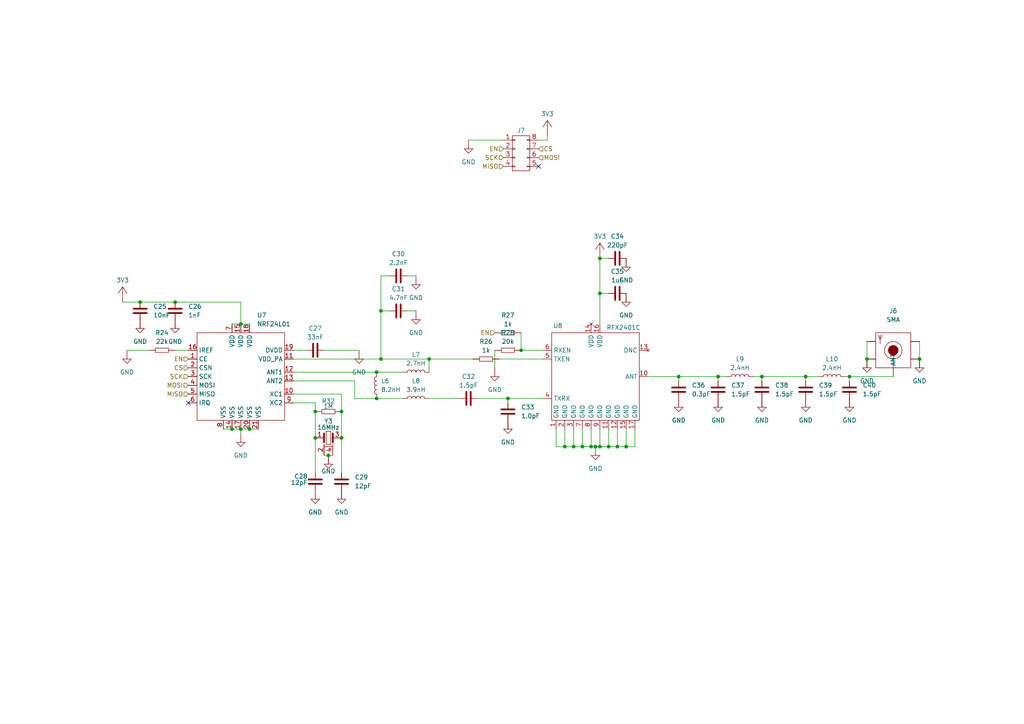
<source format=kicad_sch>
(kicad_sch
	(version 20250114)
	(generator "eeschema")
	(generator_version "9.0")
	(uuid "1733062c-8f7d-4601-810e-976016eacb41")
	(paper "A4")
	(lib_symbols
		(symbol "common:Capacitor"
			(pin_numbers
				(hide yes)
			)
			(exclude_from_sim no)
			(in_bom yes)
			(on_board yes)
			(property "Reference" "C"
				(at 0 3.5 0)
				(effects
					(font
						(size 1.27 1.27)
					)
				)
			)
			(property "Value" "F"
				(at 0 -4 0)
				(effects
					(font
						(size 1.27 1.27)
					)
				)
			)
			(property "Footprint" ""
				(at 0 0 0)
				(effects
					(font
						(size 1.27 1.27)
					)
					(hide yes)
				)
			)
			(property "Datasheet" ""
				(at 0 0 0)
				(effects
					(font
						(size 1.27 1.27)
					)
					(hide yes)
				)
			)
			(property "Description" "Unpolarized Capacitor"
				(at 0 -5.5 0)
				(effects
					(font
						(size 1.27 1.27)
					)
					(hide yes)
				)
			)
			(symbol "Capacitor_1_1"
				(polyline
					(pts
						(xy -0.635 1.905) (xy -0.635 -1.905)
					)
					(stroke
						(width 0.5)
						(type solid)
					)
					(fill
						(type none)
					)
				)
				(polyline
					(pts
						(xy 0.635 1.905) (xy 0.635 -1.905)
					)
					(stroke
						(width 0.5)
						(type solid)
					)
					(fill
						(type none)
					)
				)
				(pin passive line
					(at -2.54 0 0)
					(length 1.9)
					(name "~"
						(effects
							(font
								(size 1.27 1.27)
							)
						)
					)
					(number "1"
						(effects
							(font
								(size 1.27 1.27)
							)
						)
					)
				)
				(pin passive line
					(at 2.54 0 180)
					(length 1.9)
					(name "~"
						(effects
							(font
								(size 1.27 1.27)
							)
						)
					)
					(number "2"
						(effects
							(font
								(size 1.27 1.27)
							)
						)
					)
				)
			)
			(embedded_fonts no)
		)
		(symbol "common:Crystal_4Pins"
			(pin_names
				(hide yes)
			)
			(exclude_from_sim no)
			(in_bom yes)
			(on_board yes)
			(property "Reference" "Y"
				(at 0 0 0)
				(effects
					(font
						(size 1.27 1.27)
					)
				)
			)
			(property "Value" "Hz"
				(at 0 4 0)
				(effects
					(font
						(size 1.27 1.27)
					)
				)
			)
			(property "Footprint" ""
				(at 0 0 0)
				(effects
					(font
						(size 1.27 1.27)
					)
					(hide yes)
				)
			)
			(property "Datasheet" ""
				(at 0 0 0)
				(effects
					(font
						(size 1.27 1.27)
					)
					(hide yes)
				)
			)
			(property "Description" ""
				(at 0 0 0)
				(effects
					(font
						(size 1.27 1.27)
					)
					(hide yes)
				)
			)
			(symbol "Crystal_4Pins_0_0"
				(pin passive line
					(at -3.81 0 0)
					(length 2.54)
					(name "~"
						(effects
							(font
								(size 1.27 1.27)
							)
						)
					)
					(number "1"
						(effects
							(font
								(size 1.27 1.27)
							)
						)
					)
				)
				(pin passive line
					(at 3.81 0 180)
					(length 2.54)
					(name "~"
						(effects
							(font
								(size 1.27 1.27)
							)
						)
					)
					(number "3"
						(effects
							(font
								(size 1.27 1.27)
							)
						)
					)
				)
			)
			(symbol "Crystal_4Pins_0_1"
				(polyline
					(pts
						(xy -1.27 -2.54) (xy 1.27 -2.54)
					)
					(stroke
						(width 0)
						(type default)
					)
					(fill
						(type none)
					)
				)
				(rectangle
					(start -0.635 1.905)
					(end 0.635 -1.905)
					(stroke
						(width 0)
						(type default)
					)
					(fill
						(type none)
					)
				)
			)
			(symbol "Crystal_4Pins_1_0"
				(pin power_in line
					(at -1.27 -5.08 90)
					(length 3.18)
					(name "GND"
						(effects
							(font
								(size 1.27 1.27)
							)
						)
					)
					(number "2"
						(effects
							(font
								(size 1.27 1.27)
							)
						)
					)
				)
			)
			(symbol "Crystal_4Pins_1_1"
				(polyline
					(pts
						(xy -1.27 -1.27) (xy -1.27 1.27)
					)
					(stroke
						(width 0.5)
						(type solid)
					)
					(fill
						(type none)
					)
				)
				(polyline
					(pts
						(xy 1.27 1.27) (xy 1.27 -1.27)
					)
					(stroke
						(width 0.5)
						(type solid)
					)
					(fill
						(type none)
					)
				)
				(pin power_in line
					(at 1.27 -5.08 90)
					(length 3.18)
					(name "GND"
						(effects
							(font
								(size 1.27 1.27)
							)
						)
					)
					(number "4"
						(effects
							(font
								(size 1.27 1.27)
							)
						)
					)
				)
			)
			(embedded_fonts no)
		)
		(symbol "common:Inductor"
			(pin_numbers
				(hide yes)
			)
			(exclude_from_sim no)
			(in_bom yes)
			(on_board yes)
			(property "Reference" "L"
				(at 0 -1 0)
				(effects
					(font
						(size 1.27 1.27)
					)
				)
			)
			(property "Value" "H"
				(at 0 1.5 0)
				(effects
					(font
						(size 1.27 1.27)
					)
				)
			)
			(property "Footprint" ""
				(at 0 0 0)
				(effects
					(font
						(size 1.27 1.27)
					)
					(hide yes)
				)
			)
			(property "Datasheet" ""
				(at 0 0 0)
				(effects
					(font
						(size 1.27 1.27)
					)
					(hide yes)
				)
			)
			(property "Description" "Inductor"
				(at 0 -2.5 0)
				(effects
					(font
						(size 1.27 1.27)
					)
					(hide yes)
				)
			)
			(symbol "Inductor_0_1"
				(arc
					(start -2.54 0)
					(mid -1.905 0.635)
					(end -1.27 0)
					(stroke
						(width 0)
						(type default)
					)
					(fill
						(type none)
					)
				)
				(arc
					(start -1.27 0)
					(mid -0.635 0.635)
					(end 0 0)
					(stroke
						(width 0)
						(type default)
					)
					(fill
						(type none)
					)
				)
				(arc
					(start 0 0)
					(mid 0.635 0.635)
					(end 1.27 0)
					(stroke
						(width 0)
						(type default)
					)
					(fill
						(type none)
					)
				)
				(arc
					(start 1.27 0)
					(mid 1.905 0.635)
					(end 2.54 0)
					(stroke
						(width 0)
						(type default)
					)
					(fill
						(type none)
					)
				)
			)
			(symbol "Inductor_1_0"
				(pin passive line
					(at -3.81 0 0)
					(length 1.26)
					(name "~"
						(effects
							(font
								(size 1.27 1.27)
							)
						)
					)
					(number "1"
						(effects
							(font
								(size 1.27 1.27)
							)
						)
					)
				)
				(pin passive line
					(at 3.81 0 180)
					(length 1.26)
					(name "~"
						(effects
							(font
								(size 1.27 1.27)
							)
						)
					)
					(number "2"
						(effects
							(font
								(size 1.27 1.27)
							)
						)
					)
				)
			)
			(embedded_fonts no)
		)
		(symbol "common:Resistor"
			(pin_numbers
				(hide yes)
			)
			(exclude_from_sim no)
			(in_bom yes)
			(on_board yes)
			(property "Reference" "R"
				(at 0 -2 0)
				(effects
					(font
						(size 1.27 1.27)
					)
				)
			)
			(property "Value" "Ohm"
				(at 0 2 0)
				(effects
					(font
						(size 1.27 1.27)
					)
				)
			)
			(property "Footprint" ""
				(at 0 0 0)
				(effects
					(font
						(size 1.27 1.27)
					)
					(hide yes)
				)
			)
			(property "Datasheet" ""
				(at 0 0 0)
				(effects
					(font
						(size 1.27 1.27)
					)
					(hide yes)
				)
			)
			(property "Description" "Resistor"
				(at 0 -3.5 0)
				(effects
					(font
						(size 1.27 1.27)
					)
					(hide yes)
				)
			)
			(symbol "Resistor_0_1"
				(rectangle
					(start -1.905 0.635)
					(end 1.905 -0.635)
					(stroke
						(width 0)
						(type default)
					)
					(fill
						(type none)
					)
				)
			)
			(symbol "Resistor_1_1"
				(pin passive line
					(at -3.81 0 0)
					(length 1.9)
					(name "~"
						(effects
							(font
								(size 1.27 1.27)
							)
						)
					)
					(number "1"
						(effects
							(font
								(size 1.27 1.27)
							)
						)
					)
				)
				(pin passive line
					(at 3.81 0 180)
					(length 1.9)
					(name "~"
						(effects
							(font
								(size 1.27 1.27)
							)
						)
					)
					(number "2"
						(effects
							(font
								(size 1.27 1.27)
							)
						)
					)
				)
			)
			(embedded_fonts no)
		)
		(symbol "connector:Pin_02x04"
			(exclude_from_sim no)
			(in_bom yes)
			(on_board yes)
			(property "Reference" "J"
				(at 0 0 0)
				(effects
					(font
						(size 1.27 1.27)
					)
				)
			)
			(property "Value" "~"
				(at 0 -6 0)
				(effects
					(font
						(size 1.27 1.27)
					)
					(hide yes)
				)
			)
			(property "Footprint" ""
				(at 0 0 0)
				(effects
					(font
						(size 1.27 1.27)
					)
					(hide yes)
				)
			)
			(property "Datasheet" ""
				(at 0 0 0)
				(effects
					(font
						(size 1.27 1.27)
					)
					(hide yes)
				)
			)
			(property "Description" "Generic Pin 01x04"
				(at 0 -7.5 0)
				(effects
					(font
						(size 1.27 1.27)
					)
					(hide yes)
				)
			)
			(symbol "Pin_02x04_0_1"
				(rectangle
					(start -2.54 5.08)
					(end 2.54 -5.08)
					(stroke
						(width 0)
						(type default)
					)
					(fill
						(type none)
					)
				)
				(polyline
					(pts
						(xy -2.54 3.937) (xy -1.778 3.937) (xy -1.778 3.683) (xy -2.54 3.683)
					)
					(stroke
						(width 0)
						(type default)
					)
					(fill
						(type none)
					)
				)
				(polyline
					(pts
						(xy -2.54 1.397) (xy -1.778 1.397) (xy -1.778 1.143) (xy -2.54 1.143)
					)
					(stroke
						(width 0)
						(type default)
					)
					(fill
						(type none)
					)
				)
				(polyline
					(pts
						(xy -2.54 -1.143) (xy -1.778 -1.143) (xy -1.778 -1.397) (xy -2.54 -1.397)
					)
					(stroke
						(width 0)
						(type default)
					)
					(fill
						(type none)
					)
				)
				(polyline
					(pts
						(xy -2.54 -3.683) (xy -1.778 -3.683) (xy -1.778 -3.937) (xy -2.54 -3.937)
					)
					(stroke
						(width 0)
						(type default)
					)
					(fill
						(type none)
					)
				)
				(polyline
					(pts
						(xy 2.54 3.937) (xy 1.778 3.937) (xy 1.778 3.683) (xy 2.54 3.683)
					)
					(stroke
						(width 0)
						(type default)
					)
					(fill
						(type none)
					)
				)
				(polyline
					(pts
						(xy 2.54 1.397) (xy 1.778 1.397) (xy 1.778 1.143) (xy 2.54 1.143)
					)
					(stroke
						(width 0)
						(type default)
					)
					(fill
						(type none)
					)
				)
				(polyline
					(pts
						(xy 2.54 -1.143) (xy 1.778 -1.143) (xy 1.778 -1.397) (xy 2.54 -1.397)
					)
					(stroke
						(width 0)
						(type default)
					)
					(fill
						(type none)
					)
				)
				(polyline
					(pts
						(xy 2.54 -3.683) (xy 1.778 -3.683) (xy 1.778 -3.937) (xy 2.54 -3.937)
					)
					(stroke
						(width 0)
						(type default)
					)
					(fill
						(type none)
					)
				)
			)
			(symbol "Pin_02x04_1_1"
				(pin passive line
					(at -5.08 3.81 0)
					(length 2.54)
					(name "~"
						(effects
							(font
								(size 1.27 1.27)
							)
						)
					)
					(number "1"
						(effects
							(font
								(size 1.27 1.27)
							)
						)
					)
				)
				(pin passive line
					(at -5.08 1.27 0)
					(length 2.54)
					(name "~"
						(effects
							(font
								(size 1.27 1.27)
							)
						)
					)
					(number "2"
						(effects
							(font
								(size 1.27 1.27)
							)
						)
					)
				)
				(pin passive line
					(at -5.08 -1.27 0)
					(length 2.54)
					(name "~"
						(effects
							(font
								(size 1.27 1.27)
							)
						)
					)
					(number "3"
						(effects
							(font
								(size 1.27 1.27)
							)
						)
					)
				)
				(pin passive line
					(at -5.08 -3.81 0)
					(length 2.54)
					(name "~"
						(effects
							(font
								(size 1.27 1.27)
							)
						)
					)
					(number "4"
						(effects
							(font
								(size 1.27 1.27)
							)
						)
					)
				)
				(pin passive line
					(at 5.08 3.81 180)
					(length 2.54)
					(name "~"
						(effects
							(font
								(size 1.27 1.27)
							)
						)
					)
					(number "8"
						(effects
							(font
								(size 1.27 1.27)
							)
						)
					)
				)
				(pin passive line
					(at 5.08 1.27 180)
					(length 2.54)
					(name "~"
						(effects
							(font
								(size 1.27 1.27)
							)
						)
					)
					(number "7"
						(effects
							(font
								(size 1.27 1.27)
							)
						)
					)
				)
				(pin passive line
					(at 5.08 -1.27 180)
					(length 2.54)
					(name "~"
						(effects
							(font
								(size 1.27 1.27)
							)
						)
					)
					(number "6"
						(effects
							(font
								(size 1.27 1.27)
							)
						)
					)
				)
				(pin passive line
					(at 5.08 -3.81 180)
					(length 2.54)
					(name "~"
						(effects
							(font
								(size 1.27 1.27)
							)
						)
					)
					(number "5"
						(effects
							(font
								(size 1.27 1.27)
							)
						)
					)
				)
			)
			(embedded_fonts no)
		)
		(symbol "connector:SMA"
			(pin_numbers
				(hide yes)
			)
			(exclude_from_sim no)
			(in_bom yes)
			(on_board yes)
			(property "Reference" "J"
				(at 0 6 0)
				(effects
					(font
						(size 1.27 1.27)
					)
				)
			)
			(property "Value" "SMA"
				(at 0 -15 0)
				(effects
					(font
						(size 1.27 1.27)
					)
				)
			)
			(property "Footprint" ""
				(at 0 0 0)
				(effects
					(font
						(size 1.27 1.27)
					)
					(hide yes)
				)
			)
			(property "Datasheet" ""
				(at 0 0 0)
				(effects
					(font
						(size 1.27 1.27)
					)
					(hide yes)
				)
			)
			(property "Description" "SubMiniature version A Female Jack"
				(at 0 -17 0)
				(effects
					(font
						(size 1.27 1.27)
					)
					(hide yes)
				)
			)
			(symbol "SMA_0_1"
				(rectangle
					(start -5.08 5.08)
					(end 5.08 -5.08)
					(stroke
						(width 0)
						(type default)
					)
					(fill
						(type none)
					)
				)
			)
			(symbol "SMA_1_1"
				(polyline
					(pts
						(xy -3.81 1.905) (xy -3.81 4.445)
					)
					(stroke
						(width 0)
						(type default)
					)
					(fill
						(type none)
					)
				)
				(polyline
					(pts
						(xy -3.175 4.445) (xy -3.81 3.175) (xy -4.445 4.445)
					)
					(stroke
						(width 0)
						(type default)
					)
					(fill
						(type none)
					)
				)
				(circle
					(center 0 0)
					(radius 0.0001)
					(stroke
						(width 1.5)
						(type solid)
					)
					(fill
						(type none)
					)
				)
				(polyline
					(pts
						(xy 0 0) (xy 0 -6.35)
					)
					(stroke
						(width 0)
						(type default)
					)
					(fill
						(type none)
					)
				)
				(circle
					(center 0 0)
					(radius 2.54)
					(stroke
						(width 0)
						(type default)
					)
					(fill
						(type none)
					)
				)
				(pin passive line
					(at -7.62 2.54 0)
					(length 2.54)
					(name ""
						(effects
							(font
								(size 1.27 1.27)
							)
						)
					)
					(number "2"
						(effects
							(font
								(size 1.27 1.27)
							)
						)
					)
				)
				(pin passive line
					(at -7.62 -2.54 0)
					(length 2.54)
					(name ""
						(effects
							(font
								(size 1.27 1.27)
							)
						)
					)
					(number "3"
						(effects
							(font
								(size 1.27 1.27)
							)
						)
					)
				)
				(pin passive line
					(at 0 -7.62 90)
					(length 2.54)
					(name "ANT"
						(effects
							(font
								(size 1.27 1.27)
							)
						)
					)
					(number "1"
						(effects
							(font
								(size 1.27 1.27)
							)
						)
					)
				)
				(pin passive line
					(at 7.62 2.54 180)
					(length 2.54)
					(name ""
						(effects
							(font
								(size 1.27 1.27)
							)
						)
					)
					(number "4"
						(effects
							(font
								(size 1.27 1.27)
							)
						)
					)
				)
				(pin passive line
					(at 7.62 -2.54 180)
					(length 2.54)
					(name ""
						(effects
							(font
								(size 1.27 1.27)
							)
						)
					)
					(number "5"
						(effects
							(font
								(size 1.27 1.27)
							)
						)
					)
				)
			)
			(embedded_fonts no)
		)
		(symbol "pwr:+3.3V"
			(power)
			(pin_numbers
				(hide yes)
			)
			(exclude_from_sim no)
			(in_bom no)
			(on_board no)
			(property "Reference" "#3V3"
				(at 0 5 0)
				(effects
					(font
						(size 1.27 1.27)
					)
					(hide yes)
				)
			)
			(property "Value" "3V3"
				(at 0 3 0)
				(effects
					(font
						(size 1.27 1.27)
					)
				)
			)
			(property "Footprint" ""
				(at 0 0 0)
				(effects
					(font
						(size 1.27 1.27)
					)
					(hide yes)
				)
			)
			(property "Datasheet" ""
				(at 0 0 0)
				(effects
					(font
						(size 1.27 1.27)
					)
					(hide yes)
				)
			)
			(property "Description" "+3.3V"
				(at 0 -13 0)
				(effects
					(font
						(size 1.27 1.27)
					)
					(hide yes)
				)
			)
			(symbol "+3.3V_0_1"
				(polyline
					(pts
						(xy 0 1.905) (xy -1.27 0)
					)
					(stroke
						(width 0)
						(type default)
					)
					(fill
						(type none)
					)
				)
				(polyline
					(pts
						(xy 0 1.905) (xy 1.27 0)
					)
					(stroke
						(width 0)
						(type default)
					)
					(fill
						(type none)
					)
				)
				(polyline
					(pts
						(xy 0 0) (xy 0 1.905)
					)
					(stroke
						(width 0)
						(type default)
					)
					(fill
						(type none)
					)
				)
			)
			(symbol "+3.3V_1_1"
				(pin power_in line
					(at 0 -2.54 90)
					(length 2.54)
					(name "~"
						(effects
							(font
								(size 1.27 1.27)
							)
						)
					)
					(number "1"
						(effects
							(font
								(size 1.27 1.27)
							)
						)
					)
				)
			)
			(embedded_fonts no)
		)
		(symbol "pwr:GND"
			(power)
			(pin_numbers
				(hide yes)
			)
			(exclude_from_sim no)
			(in_bom no)
			(on_board no)
			(property "Reference" "#GND"
				(at 0 13 0)
				(effects
					(font
						(size 1.27 1.27)
					)
					(hide yes)
				)
			)
			(property "Value" "GND"
				(at 0 -2.5 0)
				(effects
					(font
						(size 1.27 1.27)
					)
				)
			)
			(property "Footprint" ""
				(at 0 0 0)
				(effects
					(font
						(size 1.27 1.27)
					)
					(hide yes)
				)
			)
			(property "Datasheet" ""
				(at 0 0 0)
				(effects
					(font
						(size 1.27 1.27)
					)
					(hide yes)
				)
			)
			(property "Description" "Ground"
				(at 0 -4.5 0)
				(effects
					(font
						(size 1.27 1.27)
					)
					(hide yes)
				)
			)
			(symbol "GND_0_1"
				(polyline
					(pts
						(xy 0 0) (xy 1.27 0) (xy 0 -1.27) (xy -1.27 0) (xy 0 0)
					)
					(stroke
						(width 0)
						(type default)
					)
					(fill
						(type none)
					)
				)
			)
			(symbol "GND_1_1"
				(pin power_in line
					(at 0 2.54 270)
					(length 2.54)
					(name "~"
						(effects
							(font
								(size 1.27 1.27)
							)
						)
					)
					(number "1"
						(effects
							(font
								(size 1.27 1.27)
							)
						)
					)
				)
			)
			(embedded_fonts no)
		)
		(symbol "transceiver:NRF24L01"
			(exclude_from_sim no)
			(in_bom yes)
			(on_board yes)
			(property "Reference" "U"
				(at -12 14 0)
				(effects
					(font
						(size 1.27 1.27)
					)
				)
			)
			(property "Value" "NRF24L01"
				(at 9 14 0)
				(effects
					(font
						(size 1.27 1.27)
					)
				)
			)
			(property "Footprint" ""
				(at 0 0 0)
				(effects
					(font
						(size 1.27 1.27)
					)
					(hide yes)
				)
			)
			(property "Datasheet" ""
				(at 0 0 0)
				(effects
					(font
						(size 1.27 1.27)
					)
					(hide yes)
				)
			)
			(property "Description" "2.4GHz Transceiver"
				(at -1.27 -26 0)
				(effects
					(font
						(size 1.27 1.27)
					)
					(hide yes)
				)
			)
			(symbol "NRF24L01_0_1"
				(rectangle
					(start -12.7 12.7)
					(end 12.7 -12.7)
					(stroke
						(width 0)
						(type default)
					)
					(fill
						(type none)
					)
				)
			)
			(symbol "NRF24L01_1_1"
				(pin input line
					(at -15.24 7.62 0)
					(length 2.54)
					(name "IREF"
						(effects
							(font
								(size 1.27 1.27)
							)
						)
					)
					(number "16"
						(effects
							(font
								(size 1.27 1.27)
							)
						)
					)
				)
				(pin input line
					(at -15.24 5.08 0)
					(length 2.54)
					(name "CE"
						(effects
							(font
								(size 1.27 1.27)
							)
						)
					)
					(number "1"
						(effects
							(font
								(size 1.27 1.27)
							)
						)
					)
				)
				(pin input line
					(at -15.24 2.54 0)
					(length 2.54)
					(name "CSN"
						(effects
							(font
								(size 1.27 1.27)
							)
						)
					)
					(number "2"
						(effects
							(font
								(size 1.27 1.27)
							)
						)
					)
				)
				(pin input line
					(at -15.24 0 0)
					(length 2.54)
					(name "SCK"
						(effects
							(font
								(size 1.27 1.27)
							)
						)
					)
					(number "3"
						(effects
							(font
								(size 1.27 1.27)
							)
						)
					)
				)
				(pin input line
					(at -15.24 -2.54 0)
					(length 2.54)
					(name "MOSI"
						(effects
							(font
								(size 1.27 1.27)
							)
						)
					)
					(number "4"
						(effects
							(font
								(size 1.27 1.27)
							)
						)
					)
				)
				(pin output line
					(at -15.24 -5.08 0)
					(length 2.54)
					(name "MISO"
						(effects
							(font
								(size 1.27 1.27)
							)
						)
					)
					(number "5"
						(effects
							(font
								(size 1.27 1.27)
							)
						)
					)
				)
				(pin output line
					(at -15.24 -7.62 0)
					(length 2.54)
					(name "IRQ"
						(effects
							(font
								(size 1.27 1.27)
							)
						)
					)
					(number "6"
						(effects
							(font
								(size 1.27 1.27)
							)
						)
					)
				)
				(pin power_in line
					(at -5.08 -15.24 90)
					(length 2.54)
					(name "VSS"
						(effects
							(font
								(size 1.27 1.27)
							)
						)
					)
					(number "8"
						(effects
							(font
								(size 1.27 1.27)
							)
						)
					)
				)
				(pin power_in line
					(at -2.54 15.24 270)
					(length 2.54)
					(name "VDD"
						(effects
							(font
								(size 1.27 1.27)
							)
						)
					)
					(number "7"
						(effects
							(font
								(size 1.27 1.27)
							)
						)
					)
				)
				(pin power_in line
					(at -2.54 -15.24 90)
					(length 2.54)
					(name "VSS"
						(effects
							(font
								(size 1.27 1.27)
							)
						)
					)
					(number "14"
						(effects
							(font
								(size 1.27 1.27)
							)
						)
					)
				)
				(pin power_in line
					(at 0 15.24 270)
					(length 2.54)
					(name "VDD"
						(effects
							(font
								(size 1.27 1.27)
							)
						)
					)
					(number "15"
						(effects
							(font
								(size 1.27 1.27)
							)
						)
					)
				)
				(pin power_in line
					(at 0 -15.24 90)
					(length 2.54)
					(name "VSS"
						(effects
							(font
								(size 1.27 1.27)
							)
						)
					)
					(number "17"
						(effects
							(font
								(size 1.27 1.27)
							)
						)
					)
				)
				(pin power_in line
					(at 2.54 15.24 270)
					(length 2.54)
					(name "VDD"
						(effects
							(font
								(size 1.27 1.27)
							)
						)
					)
					(number "18"
						(effects
							(font
								(size 1.27 1.27)
							)
						)
					)
				)
				(pin power_in line
					(at 2.54 -15.24 90)
					(length 2.54)
					(name "VSS"
						(effects
							(font
								(size 1.27 1.27)
							)
						)
					)
					(number "20"
						(effects
							(font
								(size 1.27 1.27)
							)
						)
					)
				)
				(pin power_in line
					(at 5.08 -15.24 90)
					(length 2.54)
					(name "VSS"
						(effects
							(font
								(size 1.27 1.27)
							)
						)
					)
					(number "21"
						(effects
							(font
								(size 1.27 1.27)
							)
						)
					)
				)
				(pin power_out line
					(at 15.24 7.62 180)
					(length 2.54)
					(name "DVDD"
						(effects
							(font
								(size 1.27 1.27)
							)
						)
					)
					(number "19"
						(effects
							(font
								(size 1.27 1.27)
							)
						)
					)
				)
				(pin power_out line
					(at 15.24 5.08 180)
					(length 2.54)
					(name "VDD_PA"
						(effects
							(font
								(size 1.27 1.27)
							)
						)
					)
					(number "11"
						(effects
							(font
								(size 1.27 1.27)
							)
						)
					)
				)
				(pin passive line
					(at 15.24 1.27 180)
					(length 2.54)
					(name "ANT1"
						(effects
							(font
								(size 1.27 1.27)
							)
						)
					)
					(number "12"
						(effects
							(font
								(size 1.27 1.27)
							)
						)
					)
				)
				(pin passive line
					(at 15.24 -1.27 180)
					(length 2.54)
					(name "ANT2"
						(effects
							(font
								(size 1.27 1.27)
							)
						)
					)
					(number "13"
						(effects
							(font
								(size 1.27 1.27)
							)
						)
					)
				)
				(pin passive line
					(at 15.24 -5.08 180)
					(length 2.54)
					(name "XC1"
						(effects
							(font
								(size 1.27 1.27)
							)
						)
					)
					(number "10"
						(effects
							(font
								(size 1.27 1.27)
							)
						)
					)
				)
				(pin passive line
					(at 15.24 -7.62 180)
					(length 2.54)
					(name "XC2"
						(effects
							(font
								(size 1.27 1.27)
							)
						)
					)
					(number "9"
						(effects
							(font
								(size 1.27 1.27)
							)
						)
					)
				)
			)
			(embedded_fonts no)
		)
		(symbol "transceiver:RFX2401C"
			(exclude_from_sim no)
			(in_bom yes)
			(on_board yes)
			(property "Reference" "U"
				(at -12 14 0)
				(effects
					(font
						(size 1.27 1.27)
					)
				)
			)
			(property "Value" "RFX2401C"
				(at 8 14 0)
				(effects
					(font
						(size 1.27 1.27)
					)
				)
			)
			(property "Footprint" ""
				(at 0 0 0)
				(effects
					(font
						(size 1.27 1.27)
					)
					(hide yes)
				)
			)
			(property "Datasheet" "https://www.lcsc.com/datasheet/C19213.pdf"
				(at 0 -28 0)
				(effects
					(font
						(size 1.27 1.27)
					)
					(hide yes)
				)
			)
			(property "Description" "RF Front-end Integrated Circuit"
				(at 0 -26 0)
				(effects
					(font
						(size 1.27 1.27)
					)
					(hide yes)
				)
			)
			(symbol "RFX2401C_0_0"
				(pin power_in line
					(at -11.43 -15.24 90)
					(length 2.54)
					(name "GND"
						(effects
							(font
								(size 1.27 1.27)
							)
						)
					)
					(number "1"
						(effects
							(font
								(size 1.27 1.27)
							)
						)
					)
				)
				(pin power_in line
					(at -8.89 -15.24 90)
					(length 2.54)
					(name "GND"
						(effects
							(font
								(size 1.27 1.27)
							)
						)
					)
					(number "2"
						(effects
							(font
								(size 1.27 1.27)
							)
						)
					)
				)
				(pin power_in line
					(at -6.35 -15.24 90)
					(length 2.54)
					(name "GND"
						(effects
							(font
								(size 1.27 1.27)
							)
						)
					)
					(number "3"
						(effects
							(font
								(size 1.27 1.27)
							)
						)
					)
				)
				(pin power_in line
					(at -3.81 -15.24 90)
					(length 2.54)
					(name "GND"
						(effects
							(font
								(size 1.27 1.27)
							)
						)
					)
					(number "7"
						(effects
							(font
								(size 1.27 1.27)
							)
						)
					)
				)
				(pin power_in line
					(at -1.27 -15.24 90)
					(length 2.54)
					(name "GND"
						(effects
							(font
								(size 1.27 1.27)
							)
						)
					)
					(number "8"
						(effects
							(font
								(size 1.27 1.27)
							)
						)
					)
				)
				(pin power_in line
					(at 1.27 15.24 270)
					(length 2.54)
					(name "VDD"
						(effects
							(font
								(size 1.27 1.27)
							)
						)
					)
					(number "16"
						(effects
							(font
								(size 1.27 1.27)
							)
						)
					)
				)
				(pin power_in line
					(at 1.27 -15.24 90)
					(length 2.54)
					(name "GND"
						(effects
							(font
								(size 1.27 1.27)
							)
						)
					)
					(number "9"
						(effects
							(font
								(size 1.27 1.27)
							)
						)
					)
				)
				(pin power_in line
					(at 3.81 -15.24 90)
					(length 2.54)
					(name "GND"
						(effects
							(font
								(size 1.27 1.27)
							)
						)
					)
					(number "11"
						(effects
							(font
								(size 1.27 1.27)
							)
						)
					)
				)
				(pin power_in line
					(at 6.35 -15.24 90)
					(length 2.54)
					(name "GND"
						(effects
							(font
								(size 1.27 1.27)
							)
						)
					)
					(number "12"
						(effects
							(font
								(size 1.27 1.27)
							)
						)
					)
				)
				(pin power_in line
					(at 8.89 -15.24 90)
					(length 2.54)
					(name "GND"
						(effects
							(font
								(size 1.27 1.27)
							)
						)
					)
					(number "15"
						(effects
							(font
								(size 1.27 1.27)
							)
						)
					)
				)
				(pin power_in line
					(at 11.43 -15.24 90)
					(length 2.54)
					(name "GND"
						(effects
							(font
								(size 1.27 1.27)
							)
						)
					)
					(number "17"
						(effects
							(font
								(size 1.27 1.27)
							)
						)
					)
				)
				(pin bidirectional line
					(at 15.24 0 180)
					(length 2.54)
					(name "ANT"
						(effects
							(font
								(size 1.27 1.27)
							)
						)
					)
					(number "10"
						(effects
							(font
								(size 1.27 1.27)
							)
						)
					)
				)
			)
			(symbol "RFX2401C_0_1"
				(rectangle
					(start -12.7 12.7)
					(end 12.7 -12.7)
					(stroke
						(width 0)
						(type default)
					)
					(fill
						(type none)
					)
				)
			)
			(symbol "RFX2401C_1_0"
				(pin input line
					(at -15.24 7.62 0)
					(length 2.54)
					(name "RXEN"
						(effects
							(font
								(size 1.27 1.27)
							)
						)
					)
					(number "6"
						(effects
							(font
								(size 1.27 1.27)
							)
						)
					)
				)
				(pin input line
					(at -15.24 5.08 0)
					(length 2.54)
					(name "TXEN"
						(effects
							(font
								(size 1.27 1.27)
							)
						)
					)
					(number "5"
						(effects
							(font
								(size 1.27 1.27)
							)
						)
					)
				)
				(pin bidirectional line
					(at -15.24 -6.35 0)
					(length 2.54)
					(name "TXRX"
						(effects
							(font
								(size 1.27 1.27)
							)
						)
					)
					(number "4"
						(effects
							(font
								(size 1.27 1.27)
							)
						)
					)
				)
				(pin no_connect line
					(at -1.27 15.24 270)
					(length 2.54)
					(name "VDD"
						(effects
							(font
								(size 1.27 1.27)
							)
						)
					)
					(number "14"
						(effects
							(font
								(size 1.27 1.27)
							)
						)
					)
				)
				(pin no_connect line
					(at 15.24 7.62 180)
					(length 2.54)
					(name "DNC"
						(effects
							(font
								(size 1.27 1.27)
							)
						)
					)
					(number "13"
						(effects
							(font
								(size 1.27 1.27)
							)
						)
					)
				)
			)
			(embedded_fonts no)
		)
	)
	(junction
		(at 91.44 127)
		(diameter 0)
		(color 0 0 0 0)
		(uuid "0880cde3-972f-44bf-a2f2-c219798096e4")
	)
	(junction
		(at 151.13 101.6)
		(diameter 0)
		(color 0 0 0 0)
		(uuid "147a1b07-876b-498a-9f8f-7a309881019c")
	)
	(junction
		(at 176.53 129.54)
		(diameter 0)
		(color 0 0 0 0)
		(uuid "1617d79f-ac55-484c-accb-dd1b748ff22f")
	)
	(junction
		(at 181.61 129.54)
		(diameter 0)
		(color 0 0 0 0)
		(uuid "190c4651-5176-40db-9d5b-71351ae1b653")
	)
	(junction
		(at 69.85 93.98)
		(diameter 0)
		(color 0 0 0 0)
		(uuid "22316c8f-8eea-4d4c-b009-0a42a49f1033")
	)
	(junction
		(at 168.91 129.54)
		(diameter 0)
		(color 0 0 0 0)
		(uuid "25d7aff2-f611-40f5-ba72-a3cffe201801")
	)
	(junction
		(at 166.37 129.54)
		(diameter 0)
		(color 0 0 0 0)
		(uuid "2cf0c9c2-7110-4eee-ab0a-d25a7afa7779")
	)
	(junction
		(at 99.06 127)
		(diameter 0)
		(color 0 0 0 0)
		(uuid "2d592d4c-3110-46d8-a034-5a5f6270850e")
	)
	(junction
		(at 109.22 115.57)
		(diameter 0)
		(color 0 0 0 0)
		(uuid "3035ca8a-3ca0-45fa-827f-167ebca8c982")
	)
	(junction
		(at 208.28 109.22)
		(diameter 0)
		(color 0 0 0 0)
		(uuid "31bd47d5-7895-4602-9ea6-44272f84dc88")
	)
	(junction
		(at 109.22 107.95)
		(diameter 0)
		(color 0 0 0 0)
		(uuid "329bc35c-b2a0-4d78-aa12-22a7c8de41a5")
	)
	(junction
		(at 173.99 85.09)
		(diameter 0)
		(color 0 0 0 0)
		(uuid "342138aa-79cb-4f41-ba2b-42e4b54a1b0d")
	)
	(junction
		(at 67.31 124.46)
		(diameter 0)
		(color 0 0 0 0)
		(uuid "3870ee73-5cff-40ad-8fe7-1afd57315bb8")
	)
	(junction
		(at 233.68 109.22)
		(diameter 0)
		(color 0 0 0 0)
		(uuid "3b7cc1f7-79e3-4312-a31f-9d6ddbe03f92")
	)
	(junction
		(at 172.72 129.54)
		(diameter 0)
		(color 0 0 0 0)
		(uuid "3fb447fc-5371-4bbd-89cd-94be6f8b9cb9")
	)
	(junction
		(at 91.44 119.38)
		(diameter 0)
		(color 0 0 0 0)
		(uuid "42081ba4-bb0d-4b34-bb47-f16d03edc741")
	)
	(junction
		(at 124.46 104.14)
		(diameter 0)
		(color 0 0 0 0)
		(uuid "450a0b69-9e1a-46ec-b99b-32d31ea88701")
	)
	(junction
		(at 50.8 87.63)
		(diameter 0)
		(color 0 0 0 0)
		(uuid "4d0be137-ea45-40ef-b4dd-fbc64e6dcc0a")
	)
	(junction
		(at 147.32 115.57)
		(diameter 0)
		(color 0 0 0 0)
		(uuid "54c77207-0d38-4b3b-a62c-cdad449ae9fc")
	)
	(junction
		(at 69.85 124.46)
		(diameter 0)
		(color 0 0 0 0)
		(uuid "787ad0b5-1935-4133-86e6-518a7952f860")
	)
	(junction
		(at 171.45 129.54)
		(diameter 0)
		(color 0 0 0 0)
		(uuid "7f47c4b4-ed3e-4a38-87a3-b5e3e286fb67")
	)
	(junction
		(at 173.99 74.93)
		(diameter 0)
		(color 0 0 0 0)
		(uuid "8d96f468-2257-4548-87dc-0788c934db74")
	)
	(junction
		(at 95.25 132.08)
		(diameter 0)
		(color 0 0 0 0)
		(uuid "af91c9f1-c01b-4d37-bd55-2f4da903be1c")
	)
	(junction
		(at 72.39 124.46)
		(diameter 0)
		(color 0 0 0 0)
		(uuid "bd406c23-faed-4362-aa03-405855b69d9b")
	)
	(junction
		(at 110.49 104.14)
		(diameter 0)
		(color 0 0 0 0)
		(uuid "be90f297-cd5a-4346-9ca8-d489d7365dc0")
	)
	(junction
		(at 196.85 109.22)
		(diameter 0)
		(color 0 0 0 0)
		(uuid "c2b8a112-a51d-4428-8beb-f0dab2a4fd3a")
	)
	(junction
		(at 163.83 129.54)
		(diameter 0)
		(color 0 0 0 0)
		(uuid "c9aff7be-62ad-4551-96f1-1db2e8cf84d4")
	)
	(junction
		(at 173.99 129.54)
		(diameter 0)
		(color 0 0 0 0)
		(uuid "cdc8b432-68fd-43a7-b2ca-c97f014fa228")
	)
	(junction
		(at 40.64 87.63)
		(diameter 0)
		(color 0 0 0 0)
		(uuid "cf81e4bd-bba3-4181-ad88-b44887ace1ec")
	)
	(junction
		(at 179.07 129.54)
		(diameter 0)
		(color 0 0 0 0)
		(uuid "dafde985-b3fe-46c6-b5ef-00eea19c172b")
	)
	(junction
		(at 266.7 104.14)
		(diameter 0)
		(color 0 0 0 0)
		(uuid "e3247b71-b507-4166-9cf8-da298d8d897f")
	)
	(junction
		(at 220.98 109.22)
		(diameter 0)
		(color 0 0 0 0)
		(uuid "e96c72b2-3e4e-439e-ab21-02a011138501")
	)
	(junction
		(at 251.46 104.14)
		(diameter 0)
		(color 0 0 0 0)
		(uuid "ece35870-eb7b-45b1-9d0f-3288a8c5887d")
	)
	(junction
		(at 110.49 90.17)
		(diameter 0)
		(color 0 0 0 0)
		(uuid "ee995e22-dac0-4f71-8fb8-a319f6c058a9")
	)
	(junction
		(at 99.06 119.38)
		(diameter 0)
		(color 0 0 0 0)
		(uuid "f729b0c8-f005-4e42-bdc3-65471b0edbb0")
	)
	(junction
		(at 246.38 109.22)
		(diameter 0)
		(color 0 0 0 0)
		(uuid "fd72ec54-32fd-45e5-ae88-17f5d8e0da79")
	)
	(no_connect
		(at 54.61 116.84)
		(uuid "8dc915d1-7e41-43b1-8a86-0f3c6f3e6e11")
	)
	(no_connect
		(at 156.21 48.26)
		(uuid "bc0e3f4e-fc28-46f4-96fc-a478027318ee")
	)
	(wire
		(pts
			(xy 266.7 99.06) (xy 266.7 104.14)
		)
		(stroke
			(width 0)
			(type default)
		)
		(uuid "009a5f90-d817-4847-a65e-992bb3217e65")
	)
	(wire
		(pts
			(xy 176.53 129.54) (xy 176.53 124.46)
		)
		(stroke
			(width 0)
			(type default)
		)
		(uuid "015ee6a7-3fda-4587-bd92-1cdc7db0edcb")
	)
	(wire
		(pts
			(xy 110.49 104.14) (xy 124.46 104.14)
		)
		(stroke
			(width 0)
			(type default)
		)
		(uuid "0285cb54-ae7b-41fc-b137-3ef8f974a32e")
	)
	(wire
		(pts
			(xy 233.68 109.22) (xy 237.49 109.22)
		)
		(stroke
			(width 0)
			(type default)
		)
		(uuid "0b53f8e9-03b2-4339-a02a-47e50b44a43b")
	)
	(wire
		(pts
			(xy 173.99 129.54) (xy 173.99 124.46)
		)
		(stroke
			(width 0)
			(type default)
		)
		(uuid "0c44a450-f912-4a21-8b3a-4af6781d071b")
	)
	(wire
		(pts
			(xy 69.85 87.63) (xy 69.85 93.98)
		)
		(stroke
			(width 0)
			(type default)
		)
		(uuid "0db23e41-b7b4-4823-913f-ff6d4c39b8cc")
	)
	(wire
		(pts
			(xy 179.07 129.54) (xy 179.07 124.46)
		)
		(stroke
			(width 0)
			(type default)
		)
		(uuid "104c8108-0f32-42a5-b807-b0766d6776c7")
	)
	(wire
		(pts
			(xy 99.06 114.3) (xy 99.06 119.38)
		)
		(stroke
			(width 0)
			(type default)
		)
		(uuid "10acfa78-7e46-4776-935c-3f991e4d1bd9")
	)
	(wire
		(pts
			(xy 220.98 109.22) (xy 233.68 109.22)
		)
		(stroke
			(width 0)
			(type default)
		)
		(uuid "11128014-c8e9-4de5-a373-66ee6eb91a9a")
	)
	(wire
		(pts
			(xy 196.85 109.22) (xy 196.85 110.49)
		)
		(stroke
			(width 0)
			(type default)
		)
		(uuid "12787e91-de64-492c-9dfd-10fc8e56d512")
	)
	(wire
		(pts
			(xy 173.99 74.93) (xy 173.99 85.09)
		)
		(stroke
			(width 0)
			(type default)
		)
		(uuid "192e2e98-4b2e-4e69-817a-a031c8796d5c")
	)
	(wire
		(pts
			(xy 118.11 90.17) (xy 120.65 90.17)
		)
		(stroke
			(width 0)
			(type default)
		)
		(uuid "19c72251-0f14-4b29-82cd-38bfa718b5dd")
	)
	(wire
		(pts
			(xy 184.15 124.46) (xy 184.15 129.54)
		)
		(stroke
			(width 0)
			(type default)
		)
		(uuid "1e198322-b795-457c-8cf4-5d13d29cbd8e")
	)
	(wire
		(pts
			(xy 85.09 110.49) (xy 102.87 110.49)
		)
		(stroke
			(width 0)
			(type default)
		)
		(uuid "1eb881f8-26c8-4f0f-9e2b-defddcb4bbaa")
	)
	(wire
		(pts
			(xy 69.85 124.46) (xy 72.39 124.46)
		)
		(stroke
			(width 0)
			(type default)
		)
		(uuid "224d0d46-58bd-4b64-81ee-14c580ca2c17")
	)
	(wire
		(pts
			(xy 246.38 109.22) (xy 246.38 110.49)
		)
		(stroke
			(width 0)
			(type default)
		)
		(uuid "26970c50-4a39-47ac-9931-9e41dbcb9375")
	)
	(wire
		(pts
			(xy 233.68 109.22) (xy 233.68 110.49)
		)
		(stroke
			(width 0)
			(type default)
		)
		(uuid "28f7991a-5846-479f-b7f1-fdce6f1a2367")
	)
	(wire
		(pts
			(xy 161.29 129.54) (xy 161.29 124.46)
		)
		(stroke
			(width 0)
			(type default)
		)
		(uuid "299430e7-eb4f-45de-88e2-ed54482b7ed7")
	)
	(wire
		(pts
			(xy 163.83 124.46) (xy 163.83 129.54)
		)
		(stroke
			(width 0)
			(type default)
		)
		(uuid "2a7e70fe-231a-449d-b4df-788d64e22256")
	)
	(wire
		(pts
			(xy 69.85 93.98) (xy 72.39 93.98)
		)
		(stroke
			(width 0)
			(type default)
		)
		(uuid "2cca3980-19e0-4453-9277-0d8a136e0407")
	)
	(wire
		(pts
			(xy 99.06 119.38) (xy 99.06 127)
		)
		(stroke
			(width 0)
			(type default)
		)
		(uuid "2eec1f42-f703-4471-9b9c-03867e4f07fd")
	)
	(wire
		(pts
			(xy 110.49 90.17) (xy 110.49 104.14)
		)
		(stroke
			(width 0)
			(type default)
		)
		(uuid "332c80b1-d4ae-4233-a033-5150b6fa7ea0")
	)
	(wire
		(pts
			(xy 158.75 40.64) (xy 158.75 39.37)
		)
		(stroke
			(width 0)
			(type default)
		)
		(uuid "38a5b0ec-cc21-4f77-b3c8-e49a8d5f6ae7")
	)
	(wire
		(pts
			(xy 151.13 101.6) (xy 157.48 101.6)
		)
		(stroke
			(width 0)
			(type default)
		)
		(uuid "3e87d193-aa11-4384-81ae-8ac52824a4a2")
	)
	(wire
		(pts
			(xy 85.09 107.95) (xy 109.22 107.95)
		)
		(stroke
			(width 0)
			(type default)
		)
		(uuid "43fdc4cf-e558-4d26-aa41-59d83ac3ad54")
	)
	(wire
		(pts
			(xy 85.09 104.14) (xy 110.49 104.14)
		)
		(stroke
			(width 0)
			(type default)
		)
		(uuid "46de5f2c-bc25-4ae7-9ddd-90ef1419a736")
	)
	(wire
		(pts
			(xy 124.46 115.57) (xy 133.35 115.57)
		)
		(stroke
			(width 0)
			(type default)
		)
		(uuid "4833c109-d154-4349-9fec-ccc12c94cc0f")
	)
	(wire
		(pts
			(xy 124.46 104.14) (xy 124.46 107.95)
		)
		(stroke
			(width 0)
			(type default)
		)
		(uuid "4a476ecc-134a-49d7-a64b-c16ec7845dfb")
	)
	(wire
		(pts
			(xy 99.06 127) (xy 99.06 137.16)
		)
		(stroke
			(width 0)
			(type default)
		)
		(uuid "50db0fd1-1d05-481f-8a09-f635106ae11b")
	)
	(wire
		(pts
			(xy 147.32 115.57) (xy 147.32 116.84)
		)
		(stroke
			(width 0)
			(type default)
		)
		(uuid "54232167-1269-466f-b206-4a4570ec32d8")
	)
	(wire
		(pts
			(xy 179.07 129.54) (xy 181.61 129.54)
		)
		(stroke
			(width 0)
			(type default)
		)
		(uuid "56720e09-38b8-4803-9822-69940b66f9fa")
	)
	(wire
		(pts
			(xy 85.09 116.84) (xy 91.44 116.84)
		)
		(stroke
			(width 0)
			(type default)
		)
		(uuid "58a505e0-dc1e-4f62-a26a-2a3d92ea1edd")
	)
	(wire
		(pts
			(xy 67.31 124.46) (xy 69.85 124.46)
		)
		(stroke
			(width 0)
			(type default)
		)
		(uuid "59041e50-a232-49eb-8331-5c63571447dd")
	)
	(wire
		(pts
			(xy 67.31 93.98) (xy 69.85 93.98)
		)
		(stroke
			(width 0)
			(type default)
		)
		(uuid "5a1d8923-9baa-44fd-aa53-26704f926d00")
	)
	(wire
		(pts
			(xy 147.32 115.57) (xy 157.48 115.57)
		)
		(stroke
			(width 0)
			(type default)
		)
		(uuid "5b436043-8661-4a12-b3a5-6fd56e8485c8")
	)
	(wire
		(pts
			(xy 181.61 129.54) (xy 181.61 124.46)
		)
		(stroke
			(width 0)
			(type default)
		)
		(uuid "6056561b-198f-453a-a558-297a9b69eb01")
	)
	(wire
		(pts
			(xy 171.45 129.54) (xy 172.72 129.54)
		)
		(stroke
			(width 0)
			(type default)
		)
		(uuid "61023b9f-46c2-4d2a-8163-ceb3ba88f3df")
	)
	(wire
		(pts
			(xy 208.28 109.22) (xy 210.82 109.22)
		)
		(stroke
			(width 0)
			(type default)
		)
		(uuid "6204c353-3328-459e-a52d-b8bade1407f0")
	)
	(wire
		(pts
			(xy 218.44 109.22) (xy 220.98 109.22)
		)
		(stroke
			(width 0)
			(type default)
		)
		(uuid "68378722-1ee0-40a2-94a0-bae7624b6e3b")
	)
	(wire
		(pts
			(xy 36.83 101.6) (xy 43.18 101.6)
		)
		(stroke
			(width 0)
			(type default)
		)
		(uuid "6bc7cc97-e027-46a2-bc60-e9d0cc2eb8a2")
	)
	(wire
		(pts
			(xy 85.09 101.6) (xy 88.9 101.6)
		)
		(stroke
			(width 0)
			(type default)
		)
		(uuid "70076622-965d-439c-b634-03a7ea2d5458")
	)
	(wire
		(pts
			(xy 96.52 132.08) (xy 95.25 132.08)
		)
		(stroke
			(width 0)
			(type default)
		)
		(uuid "73fb1d91-edf0-4d8f-9368-3608410ce55e")
	)
	(wire
		(pts
			(xy 110.49 80.01) (xy 110.49 90.17)
		)
		(stroke
			(width 0)
			(type default)
		)
		(uuid "756eb859-8f69-47c8-8394-4f746bef6aa4")
	)
	(wire
		(pts
			(xy 91.44 119.38) (xy 91.44 127)
		)
		(stroke
			(width 0)
			(type default)
		)
		(uuid "7c61eba1-0d55-4d31-9a51-eb87aafef6f6")
	)
	(wire
		(pts
			(xy 245.11 109.22) (xy 246.38 109.22)
		)
		(stroke
			(width 0)
			(type default)
		)
		(uuid "7fe6fab1-2fdb-40ad-b457-00336912a488")
	)
	(wire
		(pts
			(xy 95.25 132.08) (xy 93.98 132.08)
		)
		(stroke
			(width 0)
			(type default)
		)
		(uuid "80b2bddf-d681-4b3f-ae3b-cc19031463ad")
	)
	(wire
		(pts
			(xy 166.37 129.54) (xy 168.91 129.54)
		)
		(stroke
			(width 0)
			(type default)
		)
		(uuid "8356d195-647f-4410-8282-7b019a34dda0")
	)
	(wire
		(pts
			(xy 171.45 129.54) (xy 171.45 124.46)
		)
		(stroke
			(width 0)
			(type default)
		)
		(uuid "8362e171-815e-4093-ba0d-cc51f66932c1")
	)
	(wire
		(pts
			(xy 109.22 115.57) (xy 116.84 115.57)
		)
		(stroke
			(width 0)
			(type default)
		)
		(uuid "84951bc7-8d6f-46b5-90e3-0be4c90b1607")
	)
	(wire
		(pts
			(xy 168.91 124.46) (xy 168.91 129.54)
		)
		(stroke
			(width 0)
			(type default)
		)
		(uuid "85b75999-070a-42a5-9bf6-d7a4b410f0d2")
	)
	(wire
		(pts
			(xy 251.46 99.06) (xy 251.46 104.14)
		)
		(stroke
			(width 0)
			(type default)
		)
		(uuid "862e4b3e-8c8c-4cd7-9bef-f623b0a1efda")
	)
	(wire
		(pts
			(xy 102.87 110.49) (xy 102.87 115.57)
		)
		(stroke
			(width 0)
			(type default)
		)
		(uuid "8a5e8e61-d4b7-47ed-b46b-57c2be3e8552")
	)
	(wire
		(pts
			(xy 161.29 129.54) (xy 163.83 129.54)
		)
		(stroke
			(width 0)
			(type default)
		)
		(uuid "8d529aed-cf7e-4225-83e2-907b49d0e6d0")
	)
	(wire
		(pts
			(xy 220.98 109.22) (xy 220.98 110.49)
		)
		(stroke
			(width 0)
			(type default)
		)
		(uuid "964c4ffe-862d-4bd0-9b82-56d199072bc2")
	)
	(wire
		(pts
			(xy 166.37 124.46) (xy 166.37 129.54)
		)
		(stroke
			(width 0)
			(type default)
		)
		(uuid "98ef1c92-ff1f-4ace-9e2c-5db071ac330e")
	)
	(wire
		(pts
			(xy 181.61 129.54) (xy 184.15 129.54)
		)
		(stroke
			(width 0)
			(type default)
		)
		(uuid "a3061f8d-e1d8-43a2-abba-5839d9f552d5")
	)
	(wire
		(pts
			(xy 91.44 116.84) (xy 91.44 119.38)
		)
		(stroke
			(width 0)
			(type default)
		)
		(uuid "a43b62aa-a6ce-4709-ae9a-71d37afcb7b8")
	)
	(wire
		(pts
			(xy 168.91 129.54) (xy 171.45 129.54)
		)
		(stroke
			(width 0)
			(type default)
		)
		(uuid "abc0f2fc-c52d-429b-ba22-786340092bcf")
	)
	(wire
		(pts
			(xy 93.98 101.6) (xy 104.14 101.6)
		)
		(stroke
			(width 0)
			(type default)
		)
		(uuid "b09ed5a5-ca84-4408-bf52-1c0215ce4fcb")
	)
	(wire
		(pts
			(xy 50.8 101.6) (xy 54.61 101.6)
		)
		(stroke
			(width 0)
			(type default)
		)
		(uuid "b276de5f-afec-4675-8c1c-405f57c485fd")
	)
	(wire
		(pts
			(xy 110.49 90.17) (xy 113.03 90.17)
		)
		(stroke
			(width 0)
			(type default)
		)
		(uuid "b7ad1783-d55b-425e-a724-9710ea455a16")
	)
	(wire
		(pts
			(xy 187.96 109.22) (xy 196.85 109.22)
		)
		(stroke
			(width 0)
			(type default)
		)
		(uuid "b9f45073-7568-4e70-823a-c7f5a4693795")
	)
	(wire
		(pts
			(xy 138.43 115.57) (xy 147.32 115.57)
		)
		(stroke
			(width 0)
			(type default)
		)
		(uuid "b9f5d01e-c1a1-43db-ad38-8c0191c49150")
	)
	(wire
		(pts
			(xy 176.53 74.93) (xy 173.99 74.93)
		)
		(stroke
			(width 0)
			(type default)
		)
		(uuid "bb5854d1-da98-4ffc-8310-ad947f7700a5")
	)
	(wire
		(pts
			(xy 64.77 124.46) (xy 67.31 124.46)
		)
		(stroke
			(width 0)
			(type default)
		)
		(uuid "c26b42b2-b20c-46a0-9a42-e334e5ae1a37")
	)
	(wire
		(pts
			(xy 50.8 87.63) (xy 69.85 87.63)
		)
		(stroke
			(width 0)
			(type default)
		)
		(uuid "c36a8bdc-6947-45bd-b3d1-bcf34383b868")
	)
	(wire
		(pts
			(xy 173.99 93.98) (xy 173.99 85.09)
		)
		(stroke
			(width 0)
			(type default)
		)
		(uuid "c4c9a7d6-b412-4576-ab32-82bdb894322c")
	)
	(wire
		(pts
			(xy 172.72 129.54) (xy 173.99 129.54)
		)
		(stroke
			(width 0)
			(type default)
		)
		(uuid "c650fac4-6a2b-4b07-bea7-883929e5f818")
	)
	(wire
		(pts
			(xy 135.89 40.64) (xy 146.05 40.64)
		)
		(stroke
			(width 0)
			(type default)
		)
		(uuid "cb614dd4-ccb9-4200-896e-6c92037e530a")
	)
	(wire
		(pts
			(xy 102.87 115.57) (xy 109.22 115.57)
		)
		(stroke
			(width 0)
			(type default)
		)
		(uuid "cd06edbc-1e3d-4824-8773-9dd22d5d1f35")
	)
	(wire
		(pts
			(xy 35.56 87.63) (xy 40.64 87.63)
		)
		(stroke
			(width 0)
			(type default)
		)
		(uuid "ce385829-38db-4957-bff7-3ea220ac94f9")
	)
	(wire
		(pts
			(xy 208.28 109.22) (xy 208.28 110.49)
		)
		(stroke
			(width 0)
			(type default)
		)
		(uuid "cf6a5cda-dd40-47e1-999a-b15bc0a407b1")
	)
	(wire
		(pts
			(xy 144.78 104.14) (xy 157.48 104.14)
		)
		(stroke
			(width 0)
			(type default)
		)
		(uuid "d1030683-02eb-4f7b-8f1c-ef33c1fe588c")
	)
	(wire
		(pts
			(xy 124.46 104.14) (xy 137.16 104.14)
		)
		(stroke
			(width 0)
			(type default)
		)
		(uuid "d3dfcc1f-0450-42f4-ab2a-18ef878bb355")
	)
	(wire
		(pts
			(xy 116.84 107.95) (xy 109.22 107.95)
		)
		(stroke
			(width 0)
			(type default)
		)
		(uuid "d49a0014-6044-4f57-8a22-8dcbf7a9eec2")
	)
	(wire
		(pts
			(xy 176.53 129.54) (xy 179.07 129.54)
		)
		(stroke
			(width 0)
			(type default)
		)
		(uuid "d4c0ecc2-b9e1-4eef-8123-793216ab048f")
	)
	(wire
		(pts
			(xy 72.39 124.46) (xy 74.93 124.46)
		)
		(stroke
			(width 0)
			(type default)
		)
		(uuid "d73b6b4f-52e5-42ff-ba8c-66934cb02b17")
	)
	(wire
		(pts
			(xy 163.83 129.54) (xy 166.37 129.54)
		)
		(stroke
			(width 0)
			(type default)
		)
		(uuid "d79356ce-a7b0-43e1-8002-c6648dc4e06a")
	)
	(wire
		(pts
			(xy 176.53 85.09) (xy 173.99 85.09)
		)
		(stroke
			(width 0)
			(type default)
		)
		(uuid "db7c29a9-b3c4-4da6-809f-89f768e75448")
	)
	(wire
		(pts
			(xy 118.11 80.01) (xy 120.65 80.01)
		)
		(stroke
			(width 0)
			(type default)
		)
		(uuid "e19a2eb2-05bc-4df8-a3ed-35e7137b21dc")
	)
	(wire
		(pts
			(xy 69.85 124.46) (xy 69.85 125.73)
		)
		(stroke
			(width 0)
			(type default)
		)
		(uuid "e2f5defb-0ca3-49d2-bc94-6104d4c00e74")
	)
	(wire
		(pts
			(xy 85.09 114.3) (xy 99.06 114.3)
		)
		(stroke
			(width 0)
			(type default)
		)
		(uuid "e44618ce-f3d8-4c32-ab85-bf414dd11cfe")
	)
	(wire
		(pts
			(xy 91.44 127) (xy 91.44 137.16)
		)
		(stroke
			(width 0)
			(type default)
		)
		(uuid "e6c85419-0c45-4e0c-9e6a-e6027b6298b6")
	)
	(wire
		(pts
			(xy 40.64 87.63) (xy 50.8 87.63)
		)
		(stroke
			(width 0)
			(type default)
		)
		(uuid "e73fc5fb-c44c-41ad-913a-a178c6045c6d")
	)
	(wire
		(pts
			(xy 173.99 129.54) (xy 176.53 129.54)
		)
		(stroke
			(width 0)
			(type default)
		)
		(uuid "ed78cca8-e228-4c0e-b484-74e8a6b75629")
	)
	(wire
		(pts
			(xy 110.49 80.01) (xy 113.03 80.01)
		)
		(stroke
			(width 0)
			(type default)
		)
		(uuid "ee034517-7e6e-499f-91dc-791012b4ed61")
	)
	(wire
		(pts
			(xy 151.13 96.52) (xy 151.13 101.6)
		)
		(stroke
			(width 0)
			(type default)
		)
		(uuid "eec52ab3-f934-486e-b2a7-85ce3abaad03")
	)
	(wire
		(pts
			(xy 196.85 109.22) (xy 208.28 109.22)
		)
		(stroke
			(width 0)
			(type default)
		)
		(uuid "ef8442b0-36df-46e6-9099-6a574276e97e")
	)
	(wire
		(pts
			(xy 156.21 40.64) (xy 158.75 40.64)
		)
		(stroke
			(width 0)
			(type default)
		)
		(uuid "f389efbf-f415-49d4-81ed-f77550510b3d")
	)
	(wire
		(pts
			(xy 246.38 109.22) (xy 259.08 109.22)
		)
		(stroke
			(width 0)
			(type default)
		)
		(uuid "f4768a0e-6212-43c3-9c5d-2332677e71c5")
	)
	(wire
		(pts
			(xy 143.51 106.68) (xy 143.51 101.6)
		)
		(stroke
			(width 0)
			(type default)
		)
		(uuid "f562bb07-911f-490b-94fd-cc70154823e3")
	)
	(hierarchical_label "EN"
		(shape input)
		(at 143.51 96.52 180)
		(effects
			(font
				(size 1.27 1.27)
			)
			(justify right)
		)
		(uuid "0ad9de49-ff79-4cef-b55e-687501bd4534")
	)
	(hierarchical_label "MOSI"
		(shape input)
		(at 156.21 45.72 0)
		(effects
			(font
				(size 1.27 1.27)
			)
			(justify left)
		)
		(uuid "1bdf5845-ab4d-4905-8bb6-2bd9d307dd75")
	)
	(hierarchical_label "CS"
		(shape input)
		(at 156.21 43.18 0)
		(effects
			(font
				(size 1.27 1.27)
			)
			(justify left)
		)
		(uuid "28d792d9-5bb7-41c1-a9f4-82aa88638885")
	)
	(hierarchical_label "MISO"
		(shape input)
		(at 146.05 48.26 180)
		(effects
			(font
				(size 1.27 1.27)
			)
			(justify right)
		)
		(uuid "39fe57c8-0374-46ce-ba59-369b723ea83c")
	)
	(hierarchical_label "CS"
		(shape input)
		(at 54.61 106.68 180)
		(effects
			(font
				(size 1.27 1.27)
			)
			(justify right)
		)
		(uuid "3d640637-55be-49e5-9428-e04e95d2d2fd")
	)
	(hierarchical_label "EN"
		(shape input)
		(at 54.61 104.14 180)
		(effects
			(font
				(size 1.27 1.27)
			)
			(justify right)
		)
		(uuid "3d640637-55be-49e5-9428-e04e95d2d2fe")
	)
	(hierarchical_label "MOSI"
		(shape input)
		(at 54.61 111.76 180)
		(effects
			(font
				(size 1.27 1.27)
			)
			(justify right)
		)
		(uuid "3d640637-55be-49e5-9428-e04e95d2d2ff")
	)
	(hierarchical_label "MISO"
		(shape input)
		(at 54.61 114.3 180)
		(effects
			(font
				(size 1.27 1.27)
			)
			(justify right)
		)
		(uuid "3d640637-55be-49e5-9428-e04e95d2d300")
	)
	(hierarchical_label "SCK"
		(shape input)
		(at 54.61 109.22 180)
		(effects
			(font
				(size 1.27 1.27)
			)
			(justify right)
		)
		(uuid "3d640637-55be-49e5-9428-e04e95d2d301")
	)
	(hierarchical_label "SCK"
		(shape input)
		(at 146.05 45.72 180)
		(effects
			(font
				(size 1.27 1.27)
			)
			(justify right)
		)
		(uuid "56e40488-8826-4f95-85a1-325b7c56798f")
	)
	(hierarchical_label "EN"
		(shape input)
		(at 146.05 43.18 180)
		(effects
			(font
				(size 1.27 1.27)
			)
			(justify right)
		)
		(uuid "b58c4274-4d62-4c91-b5e3-a39b62a34e89")
	)
	(symbol
		(lib_id "common:Capacitor")
		(at 115.57 80.01 0)
		(unit 1)
		(exclude_from_sim no)
		(in_bom yes)
		(on_board yes)
		(dnp no)
		(fields_autoplaced yes)
		(uuid "0a48e711-4fec-41cf-9afd-875cb8033ed1")
		(property "Reference" "C30"
			(at 115.57 73.66 0)
			(effects
				(font
					(size 1.27 1.27)
				)
			)
		)
		(property "Value" "2.2nF"
			(at 115.57 76.2 0)
			(effects
				(font
					(size 1.27 1.27)
				)
			)
		)
		(property "Footprint" "common:C_0603"
			(at 115.57 80.01 0)
			(effects
				(font
					(size 1.27 1.27)
				)
				(hide yes)
			)
		)
		(property "Datasheet" ""
			(at 115.57 80.01 0)
			(effects
				(font
					(size 1.27 1.27)
				)
				(hide yes)
			)
		)
		(property "Description" "Unpolarized Capacitor"
			(at 115.57 85.51 0)
			(effects
				(font
					(size 1.27 1.27)
				)
				(hide yes)
			)
		)
		(pin "2"
			(uuid "c8f90617-27f4-4b03-b6d1-806d3ca9be92")
		)
		(pin "1"
			(uuid "ce214cf9-62f6-4936-8e22-5b6c4ef7c787")
		)
		(instances
			(project "car"
				(path "/d4bcaa97-404f-4040-88d9-84162ce8c00c/ee574487-8a00-4285-98d1-21912b440698"
					(reference "C30")
					(unit 1)
				)
			)
		)
	)
	(symbol
		(lib_id "common:Capacitor")
		(at 99.06 139.7 90)
		(unit 1)
		(exclude_from_sim no)
		(in_bom yes)
		(on_board yes)
		(dnp no)
		(fields_autoplaced yes)
		(uuid "0f17ac65-cbba-4e26-9bb4-129908ab4a54")
		(property "Reference" "C29"
			(at 102.87 138.4299 90)
			(effects
				(font
					(size 1.27 1.27)
				)
				(justify right)
			)
		)
		(property "Value" "12pF"
			(at 102.87 140.9699 90)
			(effects
				(font
					(size 1.27 1.27)
				)
				(justify right)
			)
		)
		(property "Footprint" "common:C_0603"
			(at 99.06 139.7 0)
			(effects
				(font
					(size 1.27 1.27)
				)
				(hide yes)
			)
		)
		(property "Datasheet" ""
			(at 99.06 139.7 0)
			(effects
				(font
					(size 1.27 1.27)
				)
				(hide yes)
			)
		)
		(property "Description" "Unpolarized Capacitor"
			(at 104.56 139.7 0)
			(effects
				(font
					(size 1.27 1.27)
				)
				(hide yes)
			)
		)
		(pin "1"
			(uuid "5a222cef-6a6c-415c-b090-cafa4e01d958")
		)
		(pin "2"
			(uuid "2832a6b8-f056-43f3-866e-c1a9af71526f")
		)
		(instances
			(project "car"
				(path "/d4bcaa97-404f-4040-88d9-84162ce8c00c/ee574487-8a00-4285-98d1-21912b440698"
					(reference "C29")
					(unit 1)
				)
			)
		)
	)
	(symbol
		(lib_id "pwr:GND")
		(at 69.85 128.27 0)
		(unit 1)
		(exclude_from_sim no)
		(in_bom no)
		(on_board no)
		(dnp no)
		(fields_autoplaced yes)
		(uuid "0f23d355-9b5d-4385-8916-45e377f3cf21")
		(property "Reference" "#GND054"
			(at 69.85 115.27 0)
			(effects
				(font
					(size 1.27 1.27)
				)
				(hide yes)
			)
		)
		(property "Value" "GND"
			(at 69.85 132.08 0)
			(effects
				(font
					(size 1.27 1.27)
				)
			)
		)
		(property "Footprint" ""
			(at 69.85 128.27 0)
			(effects
				(font
					(size 1.27 1.27)
				)
				(hide yes)
			)
		)
		(property "Datasheet" ""
			(at 69.85 128.27 0)
			(effects
				(font
					(size 1.27 1.27)
				)
				(hide yes)
			)
		)
		(property "Description" "Ground"
			(at 69.85 132.77 0)
			(effects
				(font
					(size 1.27 1.27)
				)
				(hide yes)
			)
		)
		(pin "1"
			(uuid "571e7594-6029-41b7-8d37-678d0fd6351d")
		)
		(instances
			(project "car"
				(path "/d4bcaa97-404f-4040-88d9-84162ce8c00c/ee574487-8a00-4285-98d1-21912b440698"
					(reference "#GND054")
					(unit 1)
				)
			)
		)
	)
	(symbol
		(lib_id "pwr:GND")
		(at 143.51 109.22 0)
		(unit 1)
		(exclude_from_sim no)
		(in_bom no)
		(on_board no)
		(dnp no)
		(fields_autoplaced yes)
		(uuid "140a6458-cb30-4706-8f3e-e3689b429481")
		(property "Reference" "#GND061"
			(at 143.51 96.22 0)
			(effects
				(font
					(size 1.27 1.27)
				)
				(hide yes)
			)
		)
		(property "Value" "GND"
			(at 143.51 113.03 0)
			(effects
				(font
					(size 1.27 1.27)
				)
			)
		)
		(property "Footprint" ""
			(at 143.51 109.22 0)
			(effects
				(font
					(size 1.27 1.27)
				)
				(hide yes)
			)
		)
		(property "Datasheet" ""
			(at 143.51 109.22 0)
			(effects
				(font
					(size 1.27 1.27)
				)
				(hide yes)
			)
		)
		(property "Description" "Ground"
			(at 143.51 113.72 0)
			(effects
				(font
					(size 1.27 1.27)
				)
				(hide yes)
			)
		)
		(pin "1"
			(uuid "2047b25a-aeec-4384-8fd6-4ac8b3d349d0")
		)
		(instances
			(project "car"
				(path "/d4bcaa97-404f-4040-88d9-84162ce8c00c/ee574487-8a00-4285-98d1-21912b440698"
					(reference "#GND061")
					(unit 1)
				)
			)
		)
	)
	(symbol
		(lib_id "transceiver:NRF24L01")
		(at 69.85 109.22 0)
		(unit 1)
		(exclude_from_sim no)
		(in_bom yes)
		(on_board yes)
		(dnp no)
		(fields_autoplaced yes)
		(uuid "15176a44-89aa-4b9c-9075-0bce6c47324e")
		(property "Reference" "U7"
			(at 74.5333 91.44 0)
			(effects
				(font
					(size 1.27 1.27)
				)
				(justify left)
			)
		)
		(property "Value" "NRF24L01"
			(at 74.5333 93.98 0)
			(effects
				(font
					(size 1.27 1.27)
				)
				(justify left)
			)
		)
		(property "Footprint" "transceiver:NRF24L01_QFN20"
			(at 69.85 109.22 0)
			(effects
				(font
					(size 1.27 1.27)
				)
				(hide yes)
			)
		)
		(property "Datasheet" ""
			(at 69.85 109.22 0)
			(effects
				(font
					(size 1.27 1.27)
				)
				(hide yes)
			)
		)
		(property "Description" "2.4GHz Transceiver"
			(at 69.85 135.22 0)
			(effects
				(font
					(size 1.27 1.27)
				)
				(hide yes)
			)
		)
		(pin "16"
			(uuid "2650f13d-b7a6-4669-bd53-08e937420d2f")
		)
		(pin "1"
			(uuid "f4588e3d-d844-40c8-9a16-51a018192654")
		)
		(pin "2"
			(uuid "f405066b-20ec-4e42-9acf-f763e4bbaca1")
		)
		(pin "3"
			(uuid "968b985a-1a0e-4173-bc9d-03ae577803b2")
		)
		(pin "4"
			(uuid "27ce5c7a-91df-445e-81d0-0eb612864810")
		)
		(pin "5"
			(uuid "f36a22b8-4235-4301-94d3-277dc10189a6")
		)
		(pin "6"
			(uuid "e18c0002-2e0a-4245-a25e-6bb19620dade")
		)
		(pin "8"
			(uuid "5ce2d0e5-455b-42a5-8aaa-f1fa19d5e5c3")
		)
		(pin "7"
			(uuid "ddf3a368-ecc8-4571-9aa0-27fb01aca103")
		)
		(pin "14"
			(uuid "4a93a688-d8a1-4f8a-8883-816500eaee3f")
		)
		(pin "15"
			(uuid "868e4062-696f-4522-bb4a-015e8d45179a")
		)
		(pin "17"
			(uuid "ebe7e020-2180-4c81-bcc9-9c078dc08d47")
		)
		(pin "18"
			(uuid "dcf25e0a-49c3-4ded-bdf5-c2691919dea8")
		)
		(pin "20"
			(uuid "7c9d1735-41da-4f2f-a1cc-2e1f7d216a91")
		)
		(pin "19"
			(uuid "eda922b0-2453-46b7-9ec5-dd986df99638")
		)
		(pin "11"
			(uuid "79effd04-3aaa-46dc-9803-518cf496f354")
		)
		(pin "12"
			(uuid "adafc72d-6301-4596-a777-ee0f62f2b8a3")
		)
		(pin "13"
			(uuid "7a93aa56-0d4b-44d5-9d51-c3511dd08a08")
		)
		(pin "10"
			(uuid "d7d2cf3a-9e85-48ec-a783-f9b179b3af1e")
		)
		(pin "9"
			(uuid "625339c6-5111-42cc-941a-92be3a8c8cda")
		)
		(pin "21"
			(uuid "e7b634be-52eb-4d1b-8603-2ac6050caf99")
		)
		(instances
			(project "car"
				(path "/d4bcaa97-404f-4040-88d9-84162ce8c00c/ee574487-8a00-4285-98d1-21912b440698"
					(reference "U7")
					(unit 1)
				)
			)
		)
	)
	(symbol
		(lib_id "pwr:GND")
		(at 40.64 95.25 0)
		(unit 1)
		(exclude_from_sim no)
		(in_bom no)
		(on_board no)
		(dnp no)
		(fields_autoplaced yes)
		(uuid "1a4795a8-4703-4c2e-aea7-651a25adff62")
		(property "Reference" "#GND052"
			(at 40.64 82.25 0)
			(effects
				(font
					(size 1.27 1.27)
				)
				(hide yes)
			)
		)
		(property "Value" "GND"
			(at 40.64 99.06 0)
			(effects
				(font
					(size 1.27 1.27)
				)
			)
		)
		(property "Footprint" ""
			(at 40.64 95.25 0)
			(effects
				(font
					(size 1.27 1.27)
				)
				(hide yes)
			)
		)
		(property "Datasheet" ""
			(at 40.64 95.25 0)
			(effects
				(font
					(size 1.27 1.27)
				)
				(hide yes)
			)
		)
		(property "Description" "Ground"
			(at 40.64 99.75 0)
			(effects
				(font
					(size 1.27 1.27)
				)
				(hide yes)
			)
		)
		(pin "1"
			(uuid "303e51c9-fe81-4c35-b03b-d694ad93fd08")
		)
		(instances
			(project "car"
				(path "/d4bcaa97-404f-4040-88d9-84162ce8c00c/ee574487-8a00-4285-98d1-21912b440698"
					(reference "#GND052")
					(unit 1)
				)
			)
		)
	)
	(symbol
		(lib_id "common:Resistor")
		(at 46.99 101.6 0)
		(unit 1)
		(exclude_from_sim no)
		(in_bom yes)
		(on_board yes)
		(dnp no)
		(fields_autoplaced yes)
		(uuid "2232c866-0184-4d67-b226-41a8c49d81b5")
		(property "Reference" "R24"
			(at 46.99 96.52 0)
			(effects
				(font
					(size 1.27 1.27)
				)
			)
		)
		(property "Value" "22k"
			(at 46.99 99.06 0)
			(effects
				(font
					(size 1.27 1.27)
				)
			)
		)
		(property "Footprint" "common:R_0603"
			(at 46.99 101.6 0)
			(effects
				(font
					(size 1.27 1.27)
				)
				(hide yes)
			)
		)
		(property "Datasheet" ""
			(at 46.99 101.6 0)
			(effects
				(font
					(size 1.27 1.27)
				)
				(hide yes)
			)
		)
		(property "Description" "Resistor"
			(at 46.99 105.1 0)
			(effects
				(font
					(size 1.27 1.27)
				)
				(hide yes)
			)
		)
		(pin "2"
			(uuid "73576881-fb0f-46ad-b08c-3f0b31e82445")
		)
		(pin "1"
			(uuid "53c6b3c2-db11-4391-a388-10178785d827")
		)
		(instances
			(project "car"
				(path "/d4bcaa97-404f-4040-88d9-84162ce8c00c/ee574487-8a00-4285-98d1-21912b440698"
					(reference "R24")
					(unit 1)
				)
			)
		)
	)
	(symbol
		(lib_id "common:Capacitor")
		(at 115.57 90.17 0)
		(unit 1)
		(exclude_from_sim no)
		(in_bom yes)
		(on_board yes)
		(dnp no)
		(fields_autoplaced yes)
		(uuid "24dc47a7-9de2-4eec-b776-10698f42207e")
		(property "Reference" "C31"
			(at 115.57 83.82 0)
			(effects
				(font
					(size 1.27 1.27)
				)
			)
		)
		(property "Value" "4.7nF"
			(at 115.57 86.36 0)
			(effects
				(font
					(size 1.27 1.27)
				)
			)
		)
		(property "Footprint" "common:C_0603"
			(at 115.57 90.17 0)
			(effects
				(font
					(size 1.27 1.27)
				)
				(hide yes)
			)
		)
		(property "Datasheet" ""
			(at 115.57 90.17 0)
			(effects
				(font
					(size 1.27 1.27)
				)
				(hide yes)
			)
		)
		(property "Description" "Unpolarized Capacitor"
			(at 115.57 95.67 0)
			(effects
				(font
					(size 1.27 1.27)
				)
				(hide yes)
			)
		)
		(pin "1"
			(uuid "a6ca8cc2-0884-49cb-8411-245ee47cdc17")
		)
		(pin "2"
			(uuid "7e1c4561-9969-45dd-8139-fbbe0aa9d92e")
		)
		(instances
			(project "car"
				(path "/d4bcaa97-404f-4040-88d9-84162ce8c00c/ee574487-8a00-4285-98d1-21912b440698"
					(reference "C31")
					(unit 1)
				)
			)
		)
	)
	(symbol
		(lib_id "pwr:GND")
		(at 172.72 132.08 0)
		(unit 1)
		(exclude_from_sim no)
		(in_bom no)
		(on_board no)
		(dnp no)
		(fields_autoplaced yes)
		(uuid "24f468d4-4d20-4449-b57d-56e863392749")
		(property "Reference" "#GND063"
			(at 172.72 119.08 0)
			(effects
				(font
					(size 1.27 1.27)
				)
				(hide yes)
			)
		)
		(property "Value" "GND"
			(at 172.72 135.89 0)
			(effects
				(font
					(size 1.27 1.27)
				)
			)
		)
		(property "Footprint" ""
			(at 172.72 132.08 0)
			(effects
				(font
					(size 1.27 1.27)
				)
				(hide yes)
			)
		)
		(property "Datasheet" ""
			(at 172.72 132.08 0)
			(effects
				(font
					(size 1.27 1.27)
				)
				(hide yes)
			)
		)
		(property "Description" "Ground"
			(at 172.72 136.58 0)
			(effects
				(font
					(size 1.27 1.27)
				)
				(hide yes)
			)
		)
		(pin "1"
			(uuid "e408a2b7-5aaa-4c40-8b2f-0157053dedd2")
		)
		(instances
			(project "car"
				(path "/d4bcaa97-404f-4040-88d9-84162ce8c00c/ee574487-8a00-4285-98d1-21912b440698"
					(reference "#GND063")
					(unit 1)
				)
			)
		)
	)
	(symbol
		(lib_id "pwr:GND")
		(at 120.65 92.71 0)
		(unit 1)
		(exclude_from_sim no)
		(in_bom no)
		(on_board no)
		(dnp no)
		(fields_autoplaced yes)
		(uuid "2b301de9-7661-48c2-8ec0-2ee8e426bce5")
		(property "Reference" "#GND060"
			(at 120.65 79.71 0)
			(effects
				(font
					(size 1.27 1.27)
				)
				(hide yes)
			)
		)
		(property "Value" "GND"
			(at 120.65 96.52 0)
			(effects
				(font
					(size 1.27 1.27)
				)
			)
		)
		(property "Footprint" ""
			(at 120.65 92.71 0)
			(effects
				(font
					(size 1.27 1.27)
				)
				(hide yes)
			)
		)
		(property "Datasheet" ""
			(at 120.65 92.71 0)
			(effects
				(font
					(size 1.27 1.27)
				)
				(hide yes)
			)
		)
		(property "Description" "Ground"
			(at 120.65 97.21 0)
			(effects
				(font
					(size 1.27 1.27)
				)
				(hide yes)
			)
		)
		(pin "1"
			(uuid "3878215c-8352-46b2-ad0c-0109d4a44375")
		)
		(instances
			(project "car"
				(path "/d4bcaa97-404f-4040-88d9-84162ce8c00c/ee574487-8a00-4285-98d1-21912b440698"
					(reference "#GND060")
					(unit 1)
				)
			)
		)
	)
	(symbol
		(lib_id "pwr:GND")
		(at 147.32 124.46 0)
		(unit 1)
		(exclude_from_sim no)
		(in_bom no)
		(on_board no)
		(dnp no)
		(fields_autoplaced yes)
		(uuid "33662711-76d6-44e2-a24d-c7a6fc3e30ee")
		(property "Reference" "#GND062"
			(at 147.32 111.46 0)
			(effects
				(font
					(size 1.27 1.27)
				)
				(hide yes)
			)
		)
		(property "Value" "GND"
			(at 147.32 128.27 0)
			(effects
				(font
					(size 1.27 1.27)
				)
			)
		)
		(property "Footprint" ""
			(at 147.32 124.46 0)
			(effects
				(font
					(size 1.27 1.27)
				)
				(hide yes)
			)
		)
		(property "Datasheet" ""
			(at 147.32 124.46 0)
			(effects
				(font
					(size 1.27 1.27)
				)
				(hide yes)
			)
		)
		(property "Description" "Ground"
			(at 147.32 128.96 0)
			(effects
				(font
					(size 1.27 1.27)
				)
				(hide yes)
			)
		)
		(pin "1"
			(uuid "3e4ea8b3-a076-4e07-99a3-a682cdd8b454")
		)
		(instances
			(project "car"
				(path "/d4bcaa97-404f-4040-88d9-84162ce8c00c/ee574487-8a00-4285-98d1-21912b440698"
					(reference "#GND062")
					(unit 1)
				)
			)
		)
	)
	(symbol
		(lib_id "pwr:GND")
		(at 181.61 77.47 0)
		(unit 1)
		(exclude_from_sim no)
		(in_bom no)
		(on_board no)
		(dnp no)
		(fields_autoplaced yes)
		(uuid "37136c2d-3e3e-4b26-8c87-bae30dc51699")
		(property "Reference" "#GND064"
			(at 181.61 64.47 0)
			(effects
				(font
					(size 1.27 1.27)
				)
				(hide yes)
			)
		)
		(property "Value" "GND"
			(at 181.61 81.28 0)
			(effects
				(font
					(size 1.27 1.27)
				)
			)
		)
		(property "Footprint" ""
			(at 181.61 77.47 0)
			(effects
				(font
					(size 1.27 1.27)
				)
				(hide yes)
			)
		)
		(property "Datasheet" ""
			(at 181.61 77.47 0)
			(effects
				(font
					(size 1.27 1.27)
				)
				(hide yes)
			)
		)
		(property "Description" "Ground"
			(at 181.61 81.97 0)
			(effects
				(font
					(size 1.27 1.27)
				)
				(hide yes)
			)
		)
		(pin "1"
			(uuid "49ef6c24-8275-41cc-b56a-0096a645e9c3")
		)
		(instances
			(project "car"
				(path "/d4bcaa97-404f-4040-88d9-84162ce8c00c/ee574487-8a00-4285-98d1-21912b440698"
					(reference "#GND064")
					(unit 1)
				)
			)
		)
	)
	(symbol
		(lib_id "common:Resistor")
		(at 140.97 104.14 0)
		(unit 1)
		(exclude_from_sim no)
		(in_bom yes)
		(on_board yes)
		(dnp no)
		(fields_autoplaced yes)
		(uuid "458a2a67-734e-4065-9b82-97d1fd412237")
		(property "Reference" "R26"
			(at 140.97 99.06 0)
			(effects
				(font
					(size 1.27 1.27)
				)
			)
		)
		(property "Value" "1k"
			(at 140.97 101.6 0)
			(effects
				(font
					(size 1.27 1.27)
				)
			)
		)
		(property "Footprint" "common:R_0603"
			(at 140.97 104.14 0)
			(effects
				(font
					(size 1.27 1.27)
				)
				(hide yes)
			)
		)
		(property "Datasheet" ""
			(at 140.97 104.14 0)
			(effects
				(font
					(size 1.27 1.27)
				)
				(hide yes)
			)
		)
		(property "Description" "Resistor"
			(at 140.97 107.64 0)
			(effects
				(font
					(size 1.27 1.27)
				)
				(hide yes)
			)
		)
		(pin "1"
			(uuid "274361a5-4df9-4154-8795-5f4f90a7a577")
		)
		(pin "2"
			(uuid "ef9408fe-9151-43ef-93f4-81725ac0e1c5")
		)
		(instances
			(project "car"
				(path "/d4bcaa97-404f-4040-88d9-84162ce8c00c/ee574487-8a00-4285-98d1-21912b440698"
					(reference "R26")
					(unit 1)
				)
			)
		)
	)
	(symbol
		(lib_id "common:Capacitor")
		(at 147.32 119.38 90)
		(unit 1)
		(exclude_from_sim no)
		(in_bom yes)
		(on_board yes)
		(dnp no)
		(fields_autoplaced yes)
		(uuid "47e15e99-3d07-4516-8797-70d10be8aabd")
		(property "Reference" "C33"
			(at 151.13 118.1099 90)
			(effects
				(font
					(size 1.27 1.27)
				)
				(justify right)
			)
		)
		(property "Value" "1.0pF"
			(at 151.13 120.6499 90)
			(effects
				(font
					(size 1.27 1.27)
				)
				(justify right)
			)
		)
		(property "Footprint" "common:C_0603"
			(at 147.32 119.38 0)
			(effects
				(font
					(size 1.27 1.27)
				)
				(hide yes)
			)
		)
		(property "Datasheet" ""
			(at 147.32 119.38 0)
			(effects
				(font
					(size 1.27 1.27)
				)
				(hide yes)
			)
		)
		(property "Description" "Unpolarized Capacitor"
			(at 152.82 119.38 0)
			(effects
				(font
					(size 1.27 1.27)
				)
				(hide yes)
			)
		)
		(pin "1"
			(uuid "7186ab7c-7085-4a75-9bf1-d89838f4a962")
		)
		(pin "2"
			(uuid "aac21a2b-12ae-45cc-a1d5-32c1e8403252")
		)
		(instances
			(project "car"
				(path "/d4bcaa97-404f-4040-88d9-84162ce8c00c/ee574487-8a00-4285-98d1-21912b440698"
					(reference "C33")
					(unit 1)
				)
			)
		)
	)
	(symbol
		(lib_id "common:Crystal_4Pins")
		(at 95.25 127 0)
		(unit 1)
		(exclude_from_sim no)
		(in_bom yes)
		(on_board yes)
		(dnp no)
		(uuid "49e5381d-a147-43e7-b7f3-f66b02683d56")
		(property "Reference" "Y3"
			(at 95.25 122.174 0)
			(effects
				(font
					(size 1.27 1.27)
				)
			)
		)
		(property "Value" "16MHz"
			(at 95.25 123.952 0)
			(effects
				(font
					(size 1.27 1.27)
				)
			)
		)
		(property "Footprint" "common:Crystal_3225"
			(at 95.25 127 0)
			(effects
				(font
					(size 1.27 1.27)
				)
				(hide yes)
			)
		)
		(property "Datasheet" ""
			(at 95.25 127 0)
			(effects
				(font
					(size 1.27 1.27)
				)
				(hide yes)
			)
		)
		(property "Description" ""
			(at 95.25 127 0)
			(effects
				(font
					(size 1.27 1.27)
				)
				(hide yes)
			)
		)
		(pin "1"
			(uuid "08e003df-9d63-49bf-9112-cad3dc63e507")
		)
		(pin "3"
			(uuid "83684db9-940c-4aa5-add5-64c0f836b659")
		)
		(pin "4"
			(uuid "205bef9a-3443-4854-9303-d47eedc987af")
		)
		(pin "2"
			(uuid "20733bdf-6486-4fe4-942e-5dc87fc4129b")
		)
		(instances
			(project "car"
				(path "/d4bcaa97-404f-4040-88d9-84162ce8c00c/ee574487-8a00-4285-98d1-21912b440698"
					(reference "Y3")
					(unit 1)
				)
			)
		)
	)
	(symbol
		(lib_id "common:Inductor")
		(at 120.65 115.57 0)
		(unit 1)
		(exclude_from_sim no)
		(in_bom yes)
		(on_board yes)
		(dnp no)
		(fields_autoplaced yes)
		(uuid "50f85424-d7dd-4d93-88c9-91c80f888321")
		(property "Reference" "L8"
			(at 120.65 110.49 0)
			(effects
				(font
					(size 1.27 1.27)
				)
			)
		)
		(property "Value" "3.9nH"
			(at 120.65 113.03 0)
			(effects
				(font
					(size 1.27 1.27)
				)
			)
		)
		(property "Footprint" "common:L_0603"
			(at 120.65 115.57 0)
			(effects
				(font
					(size 1.27 1.27)
				)
				(hide yes)
			)
		)
		(property "Datasheet" ""
			(at 120.65 115.57 0)
			(effects
				(font
					(size 1.27 1.27)
				)
				(hide yes)
			)
		)
		(property "Description" "Inductor"
			(at 120.65 118.07 0)
			(effects
				(font
					(size 1.27 1.27)
				)
				(hide yes)
			)
		)
		(pin "2"
			(uuid "e3ab5b8d-8c27-403c-accd-623650482a71")
		)
		(pin "1"
			(uuid "043d3a3b-37d7-4b75-a881-0bee65402f3d")
		)
		(instances
			(project "car"
				(path "/d4bcaa97-404f-4040-88d9-84162ce8c00c/ee574487-8a00-4285-98d1-21912b440698"
					(reference "L8")
					(unit 1)
				)
			)
		)
	)
	(symbol
		(lib_id "common:Capacitor")
		(at 233.68 113.03 90)
		(unit 1)
		(exclude_from_sim no)
		(in_bom yes)
		(on_board yes)
		(dnp no)
		(fields_autoplaced yes)
		(uuid "5dd420f3-3fe3-4fd4-a655-801a20f9a5e9")
		(property "Reference" "C39"
			(at 237.49 111.7599 90)
			(effects
				(font
					(size 1.27 1.27)
				)
				(justify right)
			)
		)
		(property "Value" "1.5pF"
			(at 237.49 114.2999 90)
			(effects
				(font
					(size 1.27 1.27)
				)
				(justify right)
			)
		)
		(property "Footprint" "common:C_0603"
			(at 233.68 113.03 0)
			(effects
				(font
					(size 1.27 1.27)
				)
				(hide yes)
			)
		)
		(property "Datasheet" ""
			(at 233.68 113.03 0)
			(effects
				(font
					(size 1.27 1.27)
				)
				(hide yes)
			)
		)
		(property "Description" "Unpolarized Capacitor"
			(at 239.18 113.03 0)
			(effects
				(font
					(size 1.27 1.27)
				)
				(hide yes)
			)
		)
		(pin "1"
			(uuid "a1095fe2-090d-4b0c-8141-cb394c680fbf")
		)
		(pin "2"
			(uuid "2983b622-ffd1-449e-b7e7-6240c462a432")
		)
		(instances
			(project "car"
				(path "/d4bcaa97-404f-4040-88d9-84162ce8c00c/ee574487-8a00-4285-98d1-21912b440698"
					(reference "C39")
					(unit 1)
				)
			)
		)
	)
	(symbol
		(lib_id "pwr:GND")
		(at 196.85 118.11 0)
		(unit 1)
		(exclude_from_sim no)
		(in_bom no)
		(on_board no)
		(dnp no)
		(fields_autoplaced yes)
		(uuid "6a0093b5-9d2c-4721-a832-af65eee582b1")
		(property "Reference" "#GND066"
			(at 196.85 105.11 0)
			(effects
				(font
					(size 1.27 1.27)
				)
				(hide yes)
			)
		)
		(property "Value" "GND"
			(at 196.85 121.92 0)
			(effects
				(font
					(size 1.27 1.27)
				)
			)
		)
		(property "Footprint" ""
			(at 196.85 118.11 0)
			(effects
				(font
					(size 1.27 1.27)
				)
				(hide yes)
			)
		)
		(property "Datasheet" ""
			(at 196.85 118.11 0)
			(effects
				(font
					(size 1.27 1.27)
				)
				(hide yes)
			)
		)
		(property "Description" "Ground"
			(at 196.85 122.61 0)
			(effects
				(font
					(size 1.27 1.27)
				)
				(hide yes)
			)
		)
		(pin "1"
			(uuid "edd006df-00a1-45c9-bb3c-deb064d00262")
		)
		(instances
			(project "car"
				(path "/d4bcaa97-404f-4040-88d9-84162ce8c00c/ee574487-8a00-4285-98d1-21912b440698"
					(reference "#GND066")
					(unit 1)
				)
			)
		)
	)
	(symbol
		(lib_id "pwr:GND")
		(at 91.44 144.78 0)
		(unit 1)
		(exclude_from_sim no)
		(in_bom no)
		(on_board no)
		(dnp no)
		(fields_autoplaced yes)
		(uuid "6a3cd2a9-cdff-4860-8980-71095f76e97f")
		(property "Reference" "#GND055"
			(at 91.44 131.78 0)
			(effects
				(font
					(size 1.27 1.27)
				)
				(hide yes)
			)
		)
		(property "Value" "GND"
			(at 91.44 148.59 0)
			(effects
				(font
					(size 1.27 1.27)
				)
			)
		)
		(property "Footprint" ""
			(at 91.44 144.78 0)
			(effects
				(font
					(size 1.27 1.27)
				)
				(hide yes)
			)
		)
		(property "Datasheet" ""
			(at 91.44 144.78 0)
			(effects
				(font
					(size 1.27 1.27)
				)
				(hide yes)
			)
		)
		(property "Description" "Ground"
			(at 91.44 149.28 0)
			(effects
				(font
					(size 1.27 1.27)
				)
				(hide yes)
			)
		)
		(pin "1"
			(uuid "efd5d256-4c61-4c61-b67b-4370a5f350a3")
		)
		(instances
			(project "car"
				(path "/d4bcaa97-404f-4040-88d9-84162ce8c00c/ee574487-8a00-4285-98d1-21912b440698"
					(reference "#GND055")
					(unit 1)
				)
			)
		)
	)
	(symbol
		(lib_id "common:Capacitor")
		(at 208.28 113.03 90)
		(unit 1)
		(exclude_from_sim no)
		(in_bom yes)
		(on_board yes)
		(dnp no)
		(fields_autoplaced yes)
		(uuid "7496abcc-a1ff-448f-932c-555abc65b461")
		(property "Reference" "C37"
			(at 212.09 111.7599 90)
			(effects
				(font
					(size 1.27 1.27)
				)
				(justify right)
			)
		)
		(property "Value" "1.5pF"
			(at 212.09 114.2999 90)
			(effects
				(font
					(size 1.27 1.27)
				)
				(justify right)
			)
		)
		(property "Footprint" "common:C_0603"
			(at 208.28 113.03 0)
			(effects
				(font
					(size 1.27 1.27)
				)
				(hide yes)
			)
		)
		(property "Datasheet" ""
			(at 208.28 113.03 0)
			(effects
				(font
					(size 1.27 1.27)
				)
				(hide yes)
			)
		)
		(property "Description" "Unpolarized Capacitor"
			(at 213.78 113.03 0)
			(effects
				(font
					(size 1.27 1.27)
				)
				(hide yes)
			)
		)
		(pin "2"
			(uuid "2ef6c275-58e3-4f0a-8228-1442e91fb884")
		)
		(pin "1"
			(uuid "cb0ed72f-2887-4198-9f4e-9075f3518225")
		)
		(instances
			(project "car"
				(path "/d4bcaa97-404f-4040-88d9-84162ce8c00c/ee574487-8a00-4285-98d1-21912b440698"
					(reference "C37")
					(unit 1)
				)
			)
		)
	)
	(symbol
		(lib_id "common:Resistor")
		(at 147.32 101.6 0)
		(unit 1)
		(exclude_from_sim no)
		(in_bom yes)
		(on_board yes)
		(dnp no)
		(fields_autoplaced yes)
		(uuid "79f02536-737a-48f9-8d79-f93f600452a0")
		(property "Reference" "R28"
			(at 147.32 96.52 0)
			(effects
				(font
					(size 1.27 1.27)
				)
			)
		)
		(property "Value" "20k"
			(at 147.32 99.06 0)
			(effects
				(font
					(size 1.27 1.27)
				)
			)
		)
		(property "Footprint" "common:R_0603"
			(at 147.32 101.6 0)
			(effects
				(font
					(size 1.27 1.27)
				)
				(hide yes)
			)
		)
		(property "Datasheet" ""
			(at 147.32 101.6 0)
			(effects
				(font
					(size 1.27 1.27)
				)
				(hide yes)
			)
		)
		(property "Description" "Resistor"
			(at 147.32 105.1 0)
			(effects
				(font
					(size 1.27 1.27)
				)
				(hide yes)
			)
		)
		(pin "2"
			(uuid "14dbfe9c-0329-4c99-a55a-de978cbcbbf6")
		)
		(pin "1"
			(uuid "8e5e0fe3-3d7a-4599-be54-fc706515d3b8")
		)
		(instances
			(project "car"
				(path "/d4bcaa97-404f-4040-88d9-84162ce8c00c/ee574487-8a00-4285-98d1-21912b440698"
					(reference "R28")
					(unit 1)
				)
			)
		)
	)
	(symbol
		(lib_id "common:Capacitor")
		(at 91.44 101.6 0)
		(unit 1)
		(exclude_from_sim no)
		(in_bom yes)
		(on_board yes)
		(dnp no)
		(fields_autoplaced yes)
		(uuid "85aab2b2-15f4-4b6e-a0e9-083f41774914")
		(property "Reference" "C27"
			(at 91.44 95.25 0)
			(effects
				(font
					(size 1.27 1.27)
				)
			)
		)
		(property "Value" "33nF"
			(at 91.44 97.79 0)
			(effects
				(font
					(size 1.27 1.27)
				)
			)
		)
		(property "Footprint" "common:C_0603"
			(at 91.44 101.6 0)
			(effects
				(font
					(size 1.27 1.27)
				)
				(hide yes)
			)
		)
		(property "Datasheet" ""
			(at 91.44 101.6 0)
			(effects
				(font
					(size 1.27 1.27)
				)
				(hide yes)
			)
		)
		(property "Description" "Unpolarized Capacitor"
			(at 91.44 107.1 0)
			(effects
				(font
					(size 1.27 1.27)
				)
				(hide yes)
			)
		)
		(pin "2"
			(uuid "fab4277f-f3eb-4484-9aaf-c3867f8415a8")
		)
		(pin "1"
			(uuid "b484befa-c413-41e5-812b-95fca805c3e5")
		)
		(instances
			(project "car"
				(path "/d4bcaa97-404f-4040-88d9-84162ce8c00c/ee574487-8a00-4285-98d1-21912b440698"
					(reference "C27")
					(unit 1)
				)
			)
		)
	)
	(symbol
		(lib_id "pwr:GND")
		(at 251.46 106.68 0)
		(unit 1)
		(exclude_from_sim no)
		(in_bom no)
		(on_board no)
		(dnp no)
		(fields_autoplaced yes)
		(uuid "8729b637-3c43-45ee-90ff-555f385ad9a2")
		(property "Reference" "#GND071"
			(at 251.46 93.68 0)
			(effects
				(font
					(size 1.27 1.27)
				)
				(hide yes)
			)
		)
		(property "Value" "GND"
			(at 251.46 110.49 0)
			(effects
				(font
					(size 1.27 1.27)
				)
			)
		)
		(property "Footprint" ""
			(at 251.46 106.68 0)
			(effects
				(font
					(size 1.27 1.27)
				)
				(hide yes)
			)
		)
		(property "Datasheet" ""
			(at 251.46 106.68 0)
			(effects
				(font
					(size 1.27 1.27)
				)
				(hide yes)
			)
		)
		(property "Description" "Ground"
			(at 251.46 111.18 0)
			(effects
				(font
					(size 1.27 1.27)
				)
				(hide yes)
			)
		)
		(pin "1"
			(uuid "d27e4d0e-46ec-45cc-ae54-f4d5d3d9fec3")
		)
		(instances
			(project "car"
				(path "/d4bcaa97-404f-4040-88d9-84162ce8c00c/ee574487-8a00-4285-98d1-21912b440698"
					(reference "#GND071")
					(unit 1)
				)
			)
		)
	)
	(symbol
		(lib_id "common:Resistor")
		(at 147.32 96.52 0)
		(unit 1)
		(exclude_from_sim no)
		(in_bom yes)
		(on_board yes)
		(dnp no)
		(fields_autoplaced yes)
		(uuid "89e54afd-078e-47b7-ae5c-82d143e99dbf")
		(property "Reference" "R27"
			(at 147.32 91.44 0)
			(effects
				(font
					(size 1.27 1.27)
				)
			)
		)
		(property "Value" "1k"
			(at 147.32 93.98 0)
			(effects
				(font
					(size 1.27 1.27)
				)
			)
		)
		(property "Footprint" "common:R_0603"
			(at 147.32 96.52 0)
			(effects
				(font
					(size 1.27 1.27)
				)
				(hide yes)
			)
		)
		(property "Datasheet" ""
			(at 147.32 96.52 0)
			(effects
				(font
					(size 1.27 1.27)
				)
				(hide yes)
			)
		)
		(property "Description" "Resistor"
			(at 147.32 100.02 0)
			(effects
				(font
					(size 1.27 1.27)
				)
				(hide yes)
			)
		)
		(pin "1"
			(uuid "b92df823-a819-4f5e-8d44-22382111d726")
		)
		(pin "2"
			(uuid "fa5aa119-52c4-4cb9-b738-164f5b8b4cc0")
		)
		(instances
			(project "car"
				(path "/d4bcaa97-404f-4040-88d9-84162ce8c00c/ee574487-8a00-4285-98d1-21912b440698"
					(reference "R27")
					(unit 1)
				)
			)
		)
	)
	(symbol
		(lib_id "pwr:GND")
		(at 246.38 118.11 0)
		(unit 1)
		(exclude_from_sim no)
		(in_bom no)
		(on_board no)
		(dnp no)
		(fields_autoplaced yes)
		(uuid "8aa627b1-c488-4678-afb0-31dd9e77253e")
		(property "Reference" "#GND070"
			(at 246.38 105.11 0)
			(effects
				(font
					(size 1.27 1.27)
				)
				(hide yes)
			)
		)
		(property "Value" "GND"
			(at 246.38 121.92 0)
			(effects
				(font
					(size 1.27 1.27)
				)
			)
		)
		(property "Footprint" ""
			(at 246.38 118.11 0)
			(effects
				(font
					(size 1.27 1.27)
				)
				(hide yes)
			)
		)
		(property "Datasheet" ""
			(at 246.38 118.11 0)
			(effects
				(font
					(size 1.27 1.27)
				)
				(hide yes)
			)
		)
		(property "Description" "Ground"
			(at 246.38 122.61 0)
			(effects
				(font
					(size 1.27 1.27)
				)
				(hide yes)
			)
		)
		(pin "1"
			(uuid "693472e1-2357-428c-b725-affc276efc5b")
		)
		(instances
			(project "car"
				(path "/d4bcaa97-404f-4040-88d9-84162ce8c00c/ee574487-8a00-4285-98d1-21912b440698"
					(reference "#GND070")
					(unit 1)
				)
			)
		)
	)
	(symbol
		(lib_id "pwr:GND")
		(at 135.89 43.18 0)
		(unit 1)
		(exclude_from_sim no)
		(in_bom no)
		(on_board no)
		(dnp no)
		(fields_autoplaced yes)
		(uuid "9488f80e-c76a-4741-982e-d446c90cadf7")
		(property "Reference" "#GND04"
			(at 135.89 30.18 0)
			(effects
				(font
					(size 1.27 1.27)
				)
				(hide yes)
			)
		)
		(property "Value" "GND"
			(at 135.89 46.99 0)
			(effects
				(font
					(size 1.27 1.27)
				)
			)
		)
		(property "Footprint" ""
			(at 135.89 43.18 0)
			(effects
				(font
					(size 1.27 1.27)
				)
				(hide yes)
			)
		)
		(property "Datasheet" ""
			(at 135.89 43.18 0)
			(effects
				(font
					(size 1.27 1.27)
				)
				(hide yes)
			)
		)
		(property "Description" "Ground"
			(at 135.89 47.68 0)
			(effects
				(font
					(size 1.27 1.27)
				)
				(hide yes)
			)
		)
		(pin "1"
			(uuid "92ae5909-1c6d-489e-a157-d447b74a6ce3")
		)
		(instances
			(project "car"
				(path "/d4bcaa97-404f-4040-88d9-84162ce8c00c/ee574487-8a00-4285-98d1-21912b440698"
					(reference "#GND04")
					(unit 1)
				)
			)
		)
	)
	(symbol
		(lib_id "pwr:GND")
		(at 181.61 87.63 0)
		(unit 1)
		(exclude_from_sim no)
		(in_bom no)
		(on_board no)
		(dnp no)
		(fields_autoplaced yes)
		(uuid "95411802-55fb-4da7-b5b3-dfa70ee67dc1")
		(property "Reference" "#GND065"
			(at 181.61 74.63 0)
			(effects
				(font
					(size 1.27 1.27)
				)
				(hide yes)
			)
		)
		(property "Value" "GND"
			(at 181.61 91.44 0)
			(effects
				(font
					(size 1.27 1.27)
				)
			)
		)
		(property "Footprint" ""
			(at 181.61 87.63 0)
			(effects
				(font
					(size 1.27 1.27)
				)
				(hide yes)
			)
		)
		(property "Datasheet" ""
			(at 181.61 87.63 0)
			(effects
				(font
					(size 1.27 1.27)
				)
				(hide yes)
			)
		)
		(property "Description" "Ground"
			(at 181.61 92.13 0)
			(effects
				(font
					(size 1.27 1.27)
				)
				(hide yes)
			)
		)
		(pin "1"
			(uuid "a90d3535-75e3-4d89-9d5a-0c878f0cfe6e")
		)
		(instances
			(project "car"
				(path "/d4bcaa97-404f-4040-88d9-84162ce8c00c/ee574487-8a00-4285-98d1-21912b440698"
					(reference "#GND065")
					(unit 1)
				)
			)
		)
	)
	(symbol
		(lib_id "pwr:GND")
		(at 99.06 144.78 0)
		(unit 1)
		(exclude_from_sim no)
		(in_bom no)
		(on_board no)
		(dnp no)
		(fields_autoplaced yes)
		(uuid "99b92055-f400-4040-9d4c-35892599ee8d")
		(property "Reference" "#GND057"
			(at 99.06 131.78 0)
			(effects
				(font
					(size 1.27 1.27)
				)
				(hide yes)
			)
		)
		(property "Value" "GND"
			(at 99.06 148.59 0)
			(effects
				(font
					(size 1.27 1.27)
				)
			)
		)
		(property "Footprint" ""
			(at 99.06 144.78 0)
			(effects
				(font
					(size 1.27 1.27)
				)
				(hide yes)
			)
		)
		(property "Datasheet" ""
			(at 99.06 144.78 0)
			(effects
				(font
					(size 1.27 1.27)
				)
				(hide yes)
			)
		)
		(property "Description" "Ground"
			(at 99.06 149.28 0)
			(effects
				(font
					(size 1.27 1.27)
				)
				(hide yes)
			)
		)
		(pin "1"
			(uuid "f0171163-9e6f-477c-b2b8-93654ba8644a")
		)
		(instances
			(project "car"
				(path "/d4bcaa97-404f-4040-88d9-84162ce8c00c/ee574487-8a00-4285-98d1-21912b440698"
					(reference "#GND057")
					(unit 1)
				)
			)
		)
	)
	(symbol
		(lib_id "pwr:GND")
		(at 120.65 82.55 0)
		(unit 1)
		(exclude_from_sim no)
		(in_bom no)
		(on_board no)
		(dnp no)
		(fields_autoplaced yes)
		(uuid "a089cea5-0b0a-42f6-ade2-5f515eabe4e1")
		(property "Reference" "#GND059"
			(at 120.65 69.55 0)
			(effects
				(font
					(size 1.27 1.27)
				)
				(hide yes)
			)
		)
		(property "Value" "GND"
			(at 120.65 86.36 0)
			(effects
				(font
					(size 1.27 1.27)
				)
			)
		)
		(property "Footprint" ""
			(at 120.65 82.55 0)
			(effects
				(font
					(size 1.27 1.27)
				)
				(hide yes)
			)
		)
		(property "Datasheet" ""
			(at 120.65 82.55 0)
			(effects
				(font
					(size 1.27 1.27)
				)
				(hide yes)
			)
		)
		(property "Description" "Ground"
			(at 120.65 87.05 0)
			(effects
				(font
					(size 1.27 1.27)
				)
				(hide yes)
			)
		)
		(pin "1"
			(uuid "22dd668f-1a63-4546-8ea6-04dce8d6e338")
		)
		(instances
			(project "car"
				(path "/d4bcaa97-404f-4040-88d9-84162ce8c00c/ee574487-8a00-4285-98d1-21912b440698"
					(reference "#GND059")
					(unit 1)
				)
			)
		)
	)
	(symbol
		(lib_id "common:Capacitor")
		(at 220.98 113.03 90)
		(unit 1)
		(exclude_from_sim no)
		(in_bom yes)
		(on_board yes)
		(dnp no)
		(fields_autoplaced yes)
		(uuid "ac4fdbfd-ab3e-41d5-91b6-2e5acbeaa5a3")
		(property "Reference" "C38"
			(at 224.79 111.7599 90)
			(effects
				(font
					(size 1.27 1.27)
				)
				(justify right)
			)
		)
		(property "Value" "1.5pF"
			(at 224.79 114.2999 90)
			(effects
				(font
					(size 1.27 1.27)
				)
				(justify right)
			)
		)
		(property "Footprint" "common:C_0603"
			(at 220.98 113.03 0)
			(effects
				(font
					(size 1.27 1.27)
				)
				(hide yes)
			)
		)
		(property "Datasheet" ""
			(at 220.98 113.03 0)
			(effects
				(font
					(size 1.27 1.27)
				)
				(hide yes)
			)
		)
		(property "Description" "Unpolarized Capacitor"
			(at 226.48 113.03 0)
			(effects
				(font
					(size 1.27 1.27)
				)
				(hide yes)
			)
		)
		(pin "1"
			(uuid "8b9bb037-0646-4dae-a50c-79cf106303bc")
		)
		(pin "2"
			(uuid "2667c127-3d13-4d8a-ad21-b5a24e955726")
		)
		(instances
			(project "car"
				(path "/d4bcaa97-404f-4040-88d9-84162ce8c00c/ee574487-8a00-4285-98d1-21912b440698"
					(reference "C38")
					(unit 1)
				)
			)
		)
	)
	(symbol
		(lib_id "pwr:GND")
		(at 266.7 106.68 0)
		(unit 1)
		(exclude_from_sim no)
		(in_bom no)
		(on_board no)
		(dnp no)
		(fields_autoplaced yes)
		(uuid "ac61b1a6-8f97-42e9-a328-9df2e1e97ca5")
		(property "Reference" "#GND072"
			(at 266.7 93.68 0)
			(effects
				(font
					(size 1.27 1.27)
				)
				(hide yes)
			)
		)
		(property "Value" "GND"
			(at 266.7 110.49 0)
			(effects
				(font
					(size 1.27 1.27)
				)
			)
		)
		(property "Footprint" ""
			(at 266.7 106.68 0)
			(effects
				(font
					(size 1.27 1.27)
				)
				(hide yes)
			)
		)
		(property "Datasheet" ""
			(at 266.7 106.68 0)
			(effects
				(font
					(size 1.27 1.27)
				)
				(hide yes)
			)
		)
		(property "Description" "Ground"
			(at 266.7 111.18 0)
			(effects
				(font
					(size 1.27 1.27)
				)
				(hide yes)
			)
		)
		(pin "1"
			(uuid "0640fe11-20f7-49ea-976a-401b9b66d295")
		)
		(instances
			(project "car"
				(path "/d4bcaa97-404f-4040-88d9-84162ce8c00c/ee574487-8a00-4285-98d1-21912b440698"
					(reference "#GND072")
					(unit 1)
				)
			)
		)
	)
	(symbol
		(lib_id "connector:SMA")
		(at 259.08 101.6 0)
		(unit 1)
		(exclude_from_sim no)
		(in_bom yes)
		(on_board yes)
		(dnp no)
		(fields_autoplaced yes)
		(uuid "af3af952-1874-4fb0-b71c-392235a45370")
		(property "Reference" "J6"
			(at 259.08 90.17 0)
			(effects
				(font
					(size 1.27 1.27)
				)
			)
		)
		(property "Value" "SMA"
			(at 259.08 92.71 0)
			(effects
				(font
					(size 1.27 1.27)
				)
			)
		)
		(property "Footprint" "connector:SMA"
			(at 259.08 101.6 0)
			(effects
				(font
					(size 1.27 1.27)
				)
				(hide yes)
			)
		)
		(property "Datasheet" ""
			(at 259.08 101.6 0)
			(effects
				(font
					(size 1.27 1.27)
				)
				(hide yes)
			)
		)
		(property "Description" "SubMiniature version A Female Jack"
			(at 259.08 119.6 0)
			(effects
				(font
					(size 1.27 1.27)
				)
				(hide yes)
			)
		)
		(pin "4"
			(uuid "e0d0abf5-d5e3-4fd3-a805-ca96da1e3590")
		)
		(pin "5"
			(uuid "485fb107-b7a9-40a5-9ddb-407873450841")
		)
		(pin "2"
			(uuid "d190466b-8411-495a-9d66-23c1b2bf52ae")
		)
		(pin "3"
			(uuid "7f431337-5f18-4411-a431-fe226eab5519")
		)
		(pin "1"
			(uuid "531e2080-ae1c-4642-94b8-21abfe513309")
		)
		(instances
			(project "car"
				(path "/d4bcaa97-404f-4040-88d9-84162ce8c00c/ee574487-8a00-4285-98d1-21912b440698"
					(reference "J6")
					(unit 1)
				)
			)
		)
	)
	(symbol
		(lib_id "pwr:GND")
		(at 220.98 118.11 0)
		(unit 1)
		(exclude_from_sim no)
		(in_bom no)
		(on_board no)
		(dnp no)
		(fields_autoplaced yes)
		(uuid "b00d6645-826f-4189-b8b0-6a77f9cbe5d5")
		(property "Reference" "#GND068"
			(at 220.98 105.11 0)
			(effects
				(font
					(size 1.27 1.27)
				)
				(hide yes)
			)
		)
		(property "Value" "GND"
			(at 220.98 121.92 0)
			(effects
				(font
					(size 1.27 1.27)
				)
			)
		)
		(property "Footprint" ""
			(at 220.98 118.11 0)
			(effects
				(font
					(size 1.27 1.27)
				)
				(hide yes)
			)
		)
		(property "Datasheet" ""
			(at 220.98 118.11 0)
			(effects
				(font
					(size 1.27 1.27)
				)
				(hide yes)
			)
		)
		(property "Description" "Ground"
			(at 220.98 122.61 0)
			(effects
				(font
					(size 1.27 1.27)
				)
				(hide yes)
			)
		)
		(pin "1"
			(uuid "1a5fe92f-70aa-4d03-b7e7-5c460f7f7366")
		)
		(instances
			(project "car"
				(path "/d4bcaa97-404f-4040-88d9-84162ce8c00c/ee574487-8a00-4285-98d1-21912b440698"
					(reference "#GND068")
					(unit 1)
				)
			)
		)
	)
	(symbol
		(lib_id "common:Inductor")
		(at 241.3 109.22 0)
		(unit 1)
		(exclude_from_sim no)
		(in_bom yes)
		(on_board yes)
		(dnp no)
		(fields_autoplaced yes)
		(uuid "b0969381-a0f2-4c9d-9b73-dc0af3d6b4ed")
		(property "Reference" "L10"
			(at 241.3 104.14 0)
			(effects
				(font
					(size 1.27 1.27)
				)
			)
		)
		(property "Value" "2.4nH"
			(at 241.3 106.68 0)
			(effects
				(font
					(size 1.27 1.27)
				)
			)
		)
		(property "Footprint" "common:L_0603"
			(at 241.3 109.22 0)
			(effects
				(font
					(size 1.27 1.27)
				)
				(hide yes)
			)
		)
		(property "Datasheet" ""
			(at 241.3 109.22 0)
			(effects
				(font
					(size 1.27 1.27)
				)
				(hide yes)
			)
		)
		(property "Description" "Inductor"
			(at 241.3 111.72 0)
			(effects
				(font
					(size 1.27 1.27)
				)
				(hide yes)
			)
		)
		(pin "2"
			(uuid "a8cb77ab-a6bf-4176-ba5a-05af46df5177")
		)
		(pin "1"
			(uuid "6b435c8e-1cb6-4247-9bc6-1f577bd454ae")
		)
		(instances
			(project "car"
				(path "/d4bcaa97-404f-4040-88d9-84162ce8c00c/ee574487-8a00-4285-98d1-21912b440698"
					(reference "L10")
					(unit 1)
				)
			)
		)
	)
	(symbol
		(lib_id "pwr:+3.3V")
		(at 35.56 85.09 0)
		(unit 1)
		(exclude_from_sim no)
		(in_bom no)
		(on_board no)
		(dnp no)
		(fields_autoplaced yes)
		(uuid "b6ad5a53-0187-4a3e-b7a9-c8dea3e02b2a")
		(property "Reference" "#3.3V04"
			(at 35.56 80.09 0)
			(effects
				(font
					(size 1.27 1.27)
				)
				(hide yes)
			)
		)
		(property "Value" "3V3"
			(at 35.56 81.28 0)
			(effects
				(font
					(size 1.27 1.27)
				)
			)
		)
		(property "Footprint" ""
			(at 35.56 85.09 0)
			(effects
				(font
					(size 1.27 1.27)
				)
				(hide yes)
			)
		)
		(property "Datasheet" ""
			(at 35.56 85.09 0)
			(effects
				(font
					(size 1.27 1.27)
				)
				(hide yes)
			)
		)
		(property "Description" "+3.3V"
			(at 35.56 98.09 0)
			(effects
				(font
					(size 1.27 1.27)
				)
				(hide yes)
			)
		)
		(pin "1"
			(uuid "f98441b0-ae4d-4bfa-95bc-a187b3fbc1fc")
		)
		(instances
			(project "car"
				(path "/d4bcaa97-404f-4040-88d9-84162ce8c00c/ee574487-8a00-4285-98d1-21912b440698"
					(reference "#3.3V04")
					(unit 1)
				)
			)
		)
	)
	(symbol
		(lib_id "pwr:GND")
		(at 233.68 118.11 0)
		(unit 1)
		(exclude_from_sim no)
		(in_bom no)
		(on_board no)
		(dnp no)
		(fields_autoplaced yes)
		(uuid "bb459c5e-85ab-4709-bff9-400b830a09d6")
		(property "Reference" "#GND069"
			(at 233.68 105.11 0)
			(effects
				(font
					(size 1.27 1.27)
				)
				(hide yes)
			)
		)
		(property "Value" "GND"
			(at 233.68 121.92 0)
			(effects
				(font
					(size 1.27 1.27)
				)
			)
		)
		(property "Footprint" ""
			(at 233.68 118.11 0)
			(effects
				(font
					(size 1.27 1.27)
				)
				(hide yes)
			)
		)
		(property "Datasheet" ""
			(at 233.68 118.11 0)
			(effects
				(font
					(size 1.27 1.27)
				)
				(hide yes)
			)
		)
		(property "Description" "Ground"
			(at 233.68 122.61 0)
			(effects
				(font
					(size 1.27 1.27)
				)
				(hide yes)
			)
		)
		(pin "1"
			(uuid "2f74e119-4ab6-41c7-9e6b-0fe41db26546")
		)
		(instances
			(project "car"
				(path "/d4bcaa97-404f-4040-88d9-84162ce8c00c/ee574487-8a00-4285-98d1-21912b440698"
					(reference "#GND069")
					(unit 1)
				)
			)
		)
	)
	(symbol
		(lib_id "transceiver:RFX2401C")
		(at 172.72 109.22 0)
		(unit 1)
		(exclude_from_sim no)
		(in_bom yes)
		(on_board yes)
		(dnp no)
		(uuid "bbd492d7-77cf-43fb-911e-d3574bbbfda9")
		(property "Reference" "U8"
			(at 161.798 94.488 0)
			(effects
				(font
					(size 1.27 1.27)
				)
			)
		)
		(property "Value" "RFX2401C"
			(at 180.848 94.996 0)
			(effects
				(font
					(size 1.27 1.27)
				)
			)
		)
		(property "Footprint" "transceiver:RFX2401C_QFN16"
			(at 172.72 109.22 0)
			(effects
				(font
					(size 1.27 1.27)
				)
				(hide yes)
			)
		)
		(property "Datasheet" "https://www.lcsc.com/datasheet/C19213.pdf"
			(at 172.72 109.22 0)
			(effects
				(font
					(size 1.27 1.27)
				)
				(hide yes)
			)
		)
		(property "Description" "RF Front-end Integrated Circuit"
			(at 172.72 135.22 0)
			(effects
				(font
					(size 1.27 1.27)
				)
				(hide yes)
			)
		)
		(pin "14"
			(uuid "a4a07c97-e307-4f95-bd0c-7ac444fbadff")
		)
		(pin "1"
			(uuid "aba67fc9-a53a-423a-9e91-2fdb8613d000")
		)
		(pin "7"
			(uuid "81f93029-28a3-46d6-9c2b-4506ecfb077e")
		)
		(pin "17"
			(uuid "ac985b89-df5c-4864-8d65-4aad713ac306")
		)
		(pin "2"
			(uuid "db83d5cb-c1de-4594-9e0c-956c7ba6fa28")
		)
		(pin "3"
			(uuid "a5593162-374f-4a1a-9100-75bf9dd1f8fc")
		)
		(pin "11"
			(uuid "4fe729dc-022e-404e-a932-c57a3f490420")
		)
		(pin "9"
			(uuid "fe7233c2-2f14-4418-9def-8d27bce80050")
		)
		(pin "16"
			(uuid "2a00c1f4-1e4a-451a-8806-7e5f44bc19fd")
		)
		(pin "15"
			(uuid "a3274788-2c11-4e47-817f-35a9ba82ea57")
		)
		(pin "8"
			(uuid "f3544bf1-0643-4ae3-b740-27354cc32050")
		)
		(pin "13"
			(uuid "c7767797-634e-4138-9dbf-8785119206d1")
		)
		(pin "6"
			(uuid "11cb1342-f7d9-4ec8-847e-75519bd53b84")
		)
		(pin "5"
			(uuid "31980886-61b9-43c4-bce7-050beffe9962")
		)
		(pin "12"
			(uuid "5e1d9207-519a-41e2-ad20-d09fe46491b6")
		)
		(pin "4"
			(uuid "abd2e7af-d6b0-4aa0-83aa-d1f557fc233c")
		)
		(pin "10"
			(uuid "a17023ad-1bcd-49f5-868e-d38d78cbb61a")
		)
		(instances
			(project "car"
				(path "/d4bcaa97-404f-4040-88d9-84162ce8c00c/ee574487-8a00-4285-98d1-21912b440698"
					(reference "U8")
					(unit 1)
				)
			)
		)
	)
	(symbol
		(lib_id "pwr:GND")
		(at 36.83 104.14 0)
		(unit 1)
		(exclude_from_sim no)
		(in_bom no)
		(on_board no)
		(dnp no)
		(fields_autoplaced yes)
		(uuid "c2c75e48-e120-4184-924b-75136d74ca22")
		(property "Reference" "#GND051"
			(at 36.83 91.14 0)
			(effects
				(font
					(size 1.27 1.27)
				)
				(hide yes)
			)
		)
		(property "Value" "GND"
			(at 36.83 107.95 0)
			(effects
				(font
					(size 1.27 1.27)
				)
			)
		)
		(property "Footprint" ""
			(at 36.83 104.14 0)
			(effects
				(font
					(size 1.27 1.27)
				)
				(hide yes)
			)
		)
		(property "Datasheet" ""
			(at 36.83 104.14 0)
			(effects
				(font
					(size 1.27 1.27)
				)
				(hide yes)
			)
		)
		(property "Description" "Ground"
			(at 36.83 108.64 0)
			(effects
				(font
					(size 1.27 1.27)
				)
				(hide yes)
			)
		)
		(pin "1"
			(uuid "6d3a8c5f-d40c-4501-80f1-7e3bf8d81886")
		)
		(instances
			(project "car"
				(path "/d4bcaa97-404f-4040-88d9-84162ce8c00c/ee574487-8a00-4285-98d1-21912b440698"
					(reference "#GND051")
					(unit 1)
				)
			)
		)
	)
	(symbol
		(lib_id "common:Capacitor")
		(at 246.38 113.03 90)
		(unit 1)
		(exclude_from_sim no)
		(in_bom yes)
		(on_board yes)
		(dnp no)
		(fields_autoplaced yes)
		(uuid "c672692c-ddd2-439d-88e5-3b46f91bd198")
		(property "Reference" "C40"
			(at 250.19 111.7599 90)
			(effects
				(font
					(size 1.27 1.27)
				)
				(justify right)
			)
		)
		(property "Value" "1.5pF"
			(at 250.19 114.2999 90)
			(effects
				(font
					(size 1.27 1.27)
				)
				(justify right)
			)
		)
		(property "Footprint" "common:C_0603"
			(at 246.38 113.03 0)
			(effects
				(font
					(size 1.27 1.27)
				)
				(hide yes)
			)
		)
		(property "Datasheet" ""
			(at 246.38 113.03 0)
			(effects
				(font
					(size 1.27 1.27)
				)
				(hide yes)
			)
		)
		(property "Description" "Unpolarized Capacitor"
			(at 251.88 113.03 0)
			(effects
				(font
					(size 1.27 1.27)
				)
				(hide yes)
			)
		)
		(pin "2"
			(uuid "56077c0d-1fcb-4d20-9f75-371ed732dcb0")
		)
		(pin "1"
			(uuid "0d43375e-21e8-4022-8b18-9436c73cab3a")
		)
		(instances
			(project "car"
				(path "/d4bcaa97-404f-4040-88d9-84162ce8c00c/ee574487-8a00-4285-98d1-21912b440698"
					(reference "C40")
					(unit 1)
				)
			)
		)
	)
	(symbol
		(lib_id "common:Capacitor")
		(at 40.64 90.17 90)
		(unit 1)
		(exclude_from_sim no)
		(in_bom yes)
		(on_board yes)
		(dnp no)
		(fields_autoplaced yes)
		(uuid "c8c80d31-0d89-47e4-a81e-7c1c97a5e05c")
		(property "Reference" "C25"
			(at 44.45 88.8999 90)
			(effects
				(font
					(size 1.27 1.27)
				)
				(justify right)
			)
		)
		(property "Value" "10nF"
			(at 44.45 91.4399 90)
			(effects
				(font
					(size 1.27 1.27)
				)
				(justify right)
			)
		)
		(property "Footprint" "common:C_0603"
			(at 40.64 90.17 0)
			(effects
				(font
					(size 1.27 1.27)
				)
				(hide yes)
			)
		)
		(property "Datasheet" ""
			(at 40.64 90.17 0)
			(effects
				(font
					(size 1.27 1.27)
				)
				(hide yes)
			)
		)
		(property "Description" "Unpolarized Capacitor"
			(at 46.14 90.17 0)
			(effects
				(font
					(size 1.27 1.27)
				)
				(hide yes)
			)
		)
		(pin "2"
			(uuid "2726d85e-bf93-4e24-9c33-8a751a29e904")
		)
		(pin "1"
			(uuid "87784d58-9f36-4d1d-9537-a1c9550deead")
		)
		(instances
			(project "car"
				(path "/d4bcaa97-404f-4040-88d9-84162ce8c00c/ee574487-8a00-4285-98d1-21912b440698"
					(reference "C25")
					(unit 1)
				)
			)
		)
	)
	(symbol
		(lib_id "pwr:+3.3V")
		(at 158.75 36.83 0)
		(unit 1)
		(exclude_from_sim no)
		(in_bom no)
		(on_board no)
		(dnp no)
		(uuid "ca7de4e4-faba-4470-a71b-93c92ca452d7")
		(property "Reference" "#3.3V02"
			(at 158.75 31.83 0)
			(effects
				(font
					(size 1.27 1.27)
				)
				(hide yes)
			)
		)
		(property "Value" "3V3"
			(at 158.75 33.02 0)
			(effects
				(font
					(size 1.27 1.27)
				)
			)
		)
		(property "Footprint" ""
			(at 158.75 36.83 0)
			(effects
				(font
					(size 1.27 1.27)
				)
				(hide yes)
			)
		)
		(property "Datasheet" ""
			(at 158.75 36.83 0)
			(effects
				(font
					(size 1.27 1.27)
				)
				(hide yes)
			)
		)
		(property "Description" "+3.3V"
			(at 158.75 49.83 0)
			(effects
				(font
					(size 1.27 1.27)
				)
				(hide yes)
			)
		)
		(pin "1"
			(uuid "d561b23f-23ec-48e1-851f-82fca84ac0b3")
		)
		(instances
			(project "car"
				(path "/d4bcaa97-404f-4040-88d9-84162ce8c00c/ee574487-8a00-4285-98d1-21912b440698"
					(reference "#3.3V02")
					(unit 1)
				)
			)
		)
	)
	(symbol
		(lib_id "common:Capacitor")
		(at 135.89 115.57 0)
		(unit 1)
		(exclude_from_sim no)
		(in_bom yes)
		(on_board yes)
		(dnp no)
		(fields_autoplaced yes)
		(uuid "caa0d86c-beb5-4d0c-b369-5f8e96e6e0ff")
		(property "Reference" "C32"
			(at 135.89 109.22 0)
			(effects
				(font
					(size 1.27 1.27)
				)
			)
		)
		(property "Value" "1.5pF"
			(at 135.89 111.76 0)
			(effects
				(font
					(size 1.27 1.27)
				)
			)
		)
		(property "Footprint" "common:C_0603"
			(at 135.89 115.57 0)
			(effects
				(font
					(size 1.27 1.27)
				)
				(hide yes)
			)
		)
		(property "Datasheet" ""
			(at 135.89 115.57 0)
			(effects
				(font
					(size 1.27 1.27)
				)
				(hide yes)
			)
		)
		(property "Description" "Unpolarized Capacitor"
			(at 135.89 121.07 0)
			(effects
				(font
					(size 1.27 1.27)
				)
				(hide yes)
			)
		)
		(pin "1"
			(uuid "bf61dc7b-29f9-4b12-8116-51c391a04794")
		)
		(pin "2"
			(uuid "258e20ce-69fe-4fb0-9bd4-bc1c7b01b0b2")
		)
		(instances
			(project "car"
				(path "/d4bcaa97-404f-4040-88d9-84162ce8c00c/ee574487-8a00-4285-98d1-21912b440698"
					(reference "C32")
					(unit 1)
				)
			)
		)
	)
	(symbol
		(lib_id "pwr:GND")
		(at 104.14 104.14 0)
		(unit 1)
		(exclude_from_sim no)
		(in_bom no)
		(on_board no)
		(dnp no)
		(fields_autoplaced yes)
		(uuid "cf116622-6b3b-4b80-a1d3-42e143df6bca")
		(property "Reference" "#GND058"
			(at 104.14 91.14 0)
			(effects
				(font
					(size 1.27 1.27)
				)
				(hide yes)
			)
		)
		(property "Value" "GND"
			(at 104.14 107.95 0)
			(effects
				(font
					(size 1.27 1.27)
				)
			)
		)
		(property "Footprint" ""
			(at 104.14 104.14 0)
			(effects
				(font
					(size 1.27 1.27)
				)
				(hide yes)
			)
		)
		(property "Datasheet" ""
			(at 104.14 104.14 0)
			(effects
				(font
					(size 1.27 1.27)
				)
				(hide yes)
			)
		)
		(property "Description" "Ground"
			(at 104.14 108.64 0)
			(effects
				(font
					(size 1.27 1.27)
				)
				(hide yes)
			)
		)
		(pin "1"
			(uuid "ffdaa059-ed77-4802-81a3-637f9d84f295")
		)
		(instances
			(project "car"
				(path "/d4bcaa97-404f-4040-88d9-84162ce8c00c/ee574487-8a00-4285-98d1-21912b440698"
					(reference "#GND058")
					(unit 1)
				)
			)
		)
	)
	(symbol
		(lib_id "common:Inductor")
		(at 109.22 111.76 90)
		(unit 1)
		(exclude_from_sim no)
		(in_bom yes)
		(on_board yes)
		(dnp no)
		(fields_autoplaced yes)
		(uuid "d2876338-cc82-471d-950f-4596e50c771a")
		(property "Reference" "L6"
			(at 110.49 110.4899 90)
			(effects
				(font
					(size 1.27 1.27)
				)
				(justify right)
			)
		)
		(property "Value" "8.2nH"
			(at 110.49 113.0299 90)
			(effects
				(font
					(size 1.27 1.27)
				)
				(justify right)
			)
		)
		(property "Footprint" "common:L_0603"
			(at 109.22 111.76 0)
			(effects
				(font
					(size 1.27 1.27)
				)
				(hide yes)
			)
		)
		(property "Datasheet" ""
			(at 109.22 111.76 0)
			(effects
				(font
					(size 1.27 1.27)
				)
				(hide yes)
			)
		)
		(property "Description" "Inductor"
			(at 111.72 111.76 0)
			(effects
				(font
					(size 1.27 1.27)
				)
				(hide yes)
			)
		)
		(pin "1"
			(uuid "9a45a055-3537-44ab-917a-7cd3db59593b")
		)
		(pin "2"
			(uuid "d2dfe32e-6d65-41c7-b901-0a91f19b03d5")
		)
		(instances
			(project "car"
				(path "/d4bcaa97-404f-4040-88d9-84162ce8c00c/ee574487-8a00-4285-98d1-21912b440698"
					(reference "L6")
					(unit 1)
				)
			)
		)
	)
	(symbol
		(lib_id "common:Resistor")
		(at 95.25 119.38 0)
		(unit 1)
		(exclude_from_sim no)
		(in_bom yes)
		(on_board yes)
		(dnp no)
		(uuid "d37762b5-5942-4d3b-883c-f4f789c1b8b1")
		(property "Reference" "R32"
			(at 95.25 116.332 0)
			(effects
				(font
					(size 1.27 1.27)
				)
			)
		)
		(property "Value" "1M"
			(at 95.25 117.856 0)
			(effects
				(font
					(size 1.27 1.27)
				)
			)
		)
		(property "Footprint" "common:R_0603"
			(at 95.25 119.38 0)
			(effects
				(font
					(size 1.27 1.27)
				)
				(hide yes)
			)
		)
		(property "Datasheet" ""
			(at 95.25 119.38 0)
			(effects
				(font
					(size 1.27 1.27)
				)
				(hide yes)
			)
		)
		(property "Description" "Resistor"
			(at 95.25 122.88 0)
			(effects
				(font
					(size 1.27 1.27)
				)
				(hide yes)
			)
		)
		(pin "1"
			(uuid "d1238f6c-56bb-407b-9304-c758067f08d2")
		)
		(pin "2"
			(uuid "cfd438ef-eaf0-4a91-aaa5-d869ef31ab02")
		)
		(instances
			(project "car"
				(path "/d4bcaa97-404f-4040-88d9-84162ce8c00c/ee574487-8a00-4285-98d1-21912b440698"
					(reference "R32")
					(unit 1)
				)
			)
		)
	)
	(symbol
		(lib_id "common:Capacitor")
		(at 50.8 90.17 90)
		(unit 1)
		(exclude_from_sim no)
		(in_bom yes)
		(on_board yes)
		(dnp no)
		(fields_autoplaced yes)
		(uuid "d8bb397a-8af4-496a-aca1-75ff88982f24")
		(property "Reference" "C26"
			(at 54.61 88.8999 90)
			(effects
				(font
					(size 1.27 1.27)
				)
				(justify right)
			)
		)
		(property "Value" "1nF"
			(at 54.61 91.4399 90)
			(effects
				(font
					(size 1.27 1.27)
				)
				(justify right)
			)
		)
		(property "Footprint" "common:C_0603"
			(at 50.8 90.17 0)
			(effects
				(font
					(size 1.27 1.27)
				)
				(hide yes)
			)
		)
		(property "Datasheet" ""
			(at 50.8 90.17 0)
			(effects
				(font
					(size 1.27 1.27)
				)
				(hide yes)
			)
		)
		(property "Description" "Unpolarized Capacitor"
			(at 56.3 90.17 0)
			(effects
				(font
					(size 1.27 1.27)
				)
				(hide yes)
			)
		)
		(pin "2"
			(uuid "10c68c3c-7754-4f86-b9bb-2df6a552c3db")
		)
		(pin "1"
			(uuid "06fb5c02-f3f6-4f72-96f1-2a7c48bc02ba")
		)
		(instances
			(project "car"
				(path "/d4bcaa97-404f-4040-88d9-84162ce8c00c/ee574487-8a00-4285-98d1-21912b440698"
					(reference "C26")
					(unit 1)
				)
			)
		)
	)
	(symbol
		(lib_id "common:Capacitor")
		(at 196.85 113.03 90)
		(unit 1)
		(exclude_from_sim no)
		(in_bom yes)
		(on_board yes)
		(dnp no)
		(fields_autoplaced yes)
		(uuid "db91a950-682c-4541-9e56-9ae7b7f8f29a")
		(property "Reference" "C36"
			(at 200.66 111.7599 90)
			(effects
				(font
					(size 1.27 1.27)
				)
				(justify right)
			)
		)
		(property "Value" "0.3pF"
			(at 200.66 114.2999 90)
			(effects
				(font
					(size 1.27 1.27)
				)
				(justify right)
			)
		)
		(property "Footprint" "common:C_0603"
			(at 196.85 113.03 0)
			(effects
				(font
					(size 1.27 1.27)
				)
				(hide yes)
			)
		)
		(property "Datasheet" ""
			(at 196.85 113.03 0)
			(effects
				(font
					(size 1.27 1.27)
				)
				(hide yes)
			)
		)
		(property "Description" "Unpolarized Capacitor"
			(at 202.35 113.03 0)
			(effects
				(font
					(size 1.27 1.27)
				)
				(hide yes)
			)
		)
		(pin "1"
			(uuid "d0467a5e-2574-4f87-a2cb-5de163a11b96")
		)
		(pin "2"
			(uuid "20253de7-8c7c-4ea2-91f2-546df298e49a")
		)
		(instances
			(project "car"
				(path "/d4bcaa97-404f-4040-88d9-84162ce8c00c/ee574487-8a00-4285-98d1-21912b440698"
					(reference "C36")
					(unit 1)
				)
			)
		)
	)
	(symbol
		(lib_id "pwr:GND")
		(at 50.8 95.25 0)
		(unit 1)
		(exclude_from_sim no)
		(in_bom no)
		(on_board no)
		(dnp no)
		(fields_autoplaced yes)
		(uuid "e1afb04b-3693-4266-9b63-36dea9251ab8")
		(property "Reference" "#GND053"
			(at 50.8 82.25 0)
			(effects
				(font
					(size 1.27 1.27)
				)
				(hide yes)
			)
		)
		(property "Value" "GND"
			(at 50.8 99.06 0)
			(effects
				(font
					(size 1.27 1.27)
				)
			)
		)
		(property "Footprint" ""
			(at 50.8 95.25 0)
			(effects
				(font
					(size 1.27 1.27)
				)
				(hide yes)
			)
		)
		(property "Datasheet" ""
			(at 50.8 95.25 0)
			(effects
				(font
					(size 1.27 1.27)
				)
				(hide yes)
			)
		)
		(property "Description" "Ground"
			(at 50.8 99.75 0)
			(effects
				(font
					(size 1.27 1.27)
				)
				(hide yes)
			)
		)
		(pin "1"
			(uuid "c16029e7-0581-47b8-88ac-f3449c52321b")
		)
		(instances
			(project "car"
				(path "/d4bcaa97-404f-4040-88d9-84162ce8c00c/ee574487-8a00-4285-98d1-21912b440698"
					(reference "#GND053")
					(unit 1)
				)
			)
		)
	)
	(symbol
		(lib_id "pwr:GND")
		(at 95.25 134.62 0)
		(unit 1)
		(exclude_from_sim no)
		(in_bom no)
		(on_board no)
		(dnp no)
		(uuid "e315d33a-e708-4e80-b431-1a343cb75ada")
		(property "Reference" "#GND056"
			(at 95.25 121.62 0)
			(effects
				(font
					(size 1.27 1.27)
				)
				(hide yes)
			)
		)
		(property "Value" "GND"
			(at 95.25 136.652 0)
			(effects
				(font
					(size 1.27 1.27)
				)
			)
		)
		(property "Footprint" ""
			(at 95.25 134.62 0)
			(effects
				(font
					(size 1.27 1.27)
				)
				(hide yes)
			)
		)
		(property "Datasheet" ""
			(at 95.25 134.62 0)
			(effects
				(font
					(size 1.27 1.27)
				)
				(hide yes)
			)
		)
		(property "Description" "Ground"
			(at 95.25 139.12 0)
			(effects
				(font
					(size 1.27 1.27)
				)
				(hide yes)
			)
		)
		(pin "1"
			(uuid "2202b7e4-8acd-4c2d-bfe2-7738e6bc2cc3")
		)
		(instances
			(project "car"
				(path "/d4bcaa97-404f-4040-88d9-84162ce8c00c/ee574487-8a00-4285-98d1-21912b440698"
					(reference "#GND056")
					(unit 1)
				)
			)
		)
	)
	(symbol
		(lib_id "common:Inductor")
		(at 214.63 109.22 0)
		(unit 1)
		(exclude_from_sim no)
		(in_bom yes)
		(on_board yes)
		(dnp no)
		(fields_autoplaced yes)
		(uuid "eaa74265-8c53-438e-abab-fe698ba6a398")
		(property "Reference" "L9"
			(at 214.63 104.14 0)
			(effects
				(font
					(size 1.27 1.27)
				)
			)
		)
		(property "Value" "2.4nH"
			(at 214.63 106.68 0)
			(effects
				(font
					(size 1.27 1.27)
				)
			)
		)
		(property "Footprint" "common:L_0603"
			(at 214.63 109.22 0)
			(effects
				(font
					(size 1.27 1.27)
				)
				(hide yes)
			)
		)
		(property "Datasheet" ""
			(at 214.63 109.22 0)
			(effects
				(font
					(size 1.27 1.27)
				)
				(hide yes)
			)
		)
		(property "Description" "Inductor"
			(at 214.63 111.72 0)
			(effects
				(font
					(size 1.27 1.27)
				)
				(hide yes)
			)
		)
		(pin "1"
			(uuid "8320bab0-27eb-4424-8d8a-6a7069ed1de0")
		)
		(pin "2"
			(uuid "6537fc0c-2286-466f-98d8-e6cfa77738c1")
		)
		(instances
			(project "car"
				(path "/d4bcaa97-404f-4040-88d9-84162ce8c00c/ee574487-8a00-4285-98d1-21912b440698"
					(reference "L9")
					(unit 1)
				)
			)
		)
	)
	(symbol
		(lib_id "common:Capacitor")
		(at 179.07 85.09 0)
		(unit 1)
		(exclude_from_sim no)
		(in_bom yes)
		(on_board yes)
		(dnp no)
		(fields_autoplaced yes)
		(uuid "ec34beb8-c026-4d84-b054-dbe19ea19945")
		(property "Reference" "C35"
			(at 179.07 78.74 0)
			(effects
				(font
					(size 1.27 1.27)
				)
			)
		)
		(property "Value" "1uF"
			(at 179.07 81.28 0)
			(effects
				(font
					(size 1.27 1.27)
				)
			)
		)
		(property "Footprint" "common:C_0603"
			(at 179.07 85.09 0)
			(effects
				(font
					(size 1.27 1.27)
				)
				(hide yes)
			)
		)
		(property "Datasheet" ""
			(at 179.07 85.09 0)
			(effects
				(font
					(size 1.27 1.27)
				)
				(hide yes)
			)
		)
		(property "Description" "Unpolarized Capacitor"
			(at 179.07 90.59 0)
			(effects
				(font
					(size 1.27 1.27)
				)
				(hide yes)
			)
		)
		(pin "2"
			(uuid "65adec75-f91a-4dea-8adb-a7b220ccdb63")
		)
		(pin "1"
			(uuid "73da673a-1e55-45fd-8ff5-0fc97c835683")
		)
		(instances
			(project "car"
				(path "/d4bcaa97-404f-4040-88d9-84162ce8c00c/ee574487-8a00-4285-98d1-21912b440698"
					(reference "C35")
					(unit 1)
				)
			)
		)
	)
	(symbol
		(lib_id "connector:Pin_02x04")
		(at 151.13 44.45 0)
		(unit 1)
		(exclude_from_sim no)
		(in_bom yes)
		(on_board yes)
		(dnp no)
		(uuid "edf7d742-cead-484b-9b1a-d4d3cb05a4a6")
		(property "Reference" "J7"
			(at 151.13 37.846 0)
			(effects
				(font
					(size 1.27 1.27)
				)
			)
		)
		(property "Value" "02x04"
			(at 151.13 50.45 0)
			(effects
				(font
					(size 1.27 1.27)
				)
				(hide yes)
			)
		)
		(property "Footprint" "connector:Pin_02x04"
			(at 151.13 44.45 0)
			(effects
				(font
					(size 1.27 1.27)
				)
				(hide yes)
			)
		)
		(property "Datasheet" ""
			(at 151.13 44.45 0)
			(effects
				(font
					(size 1.27 1.27)
				)
				(hide yes)
			)
		)
		(property "Description" "Generic Pin 01x04"
			(at 151.13 51.95 0)
			(effects
				(font
					(size 1.27 1.27)
				)
				(hide yes)
			)
		)
		(pin "3"
			(uuid "1078e5ac-2232-41ff-9299-e23c1fe12cc9")
		)
		(pin "2"
			(uuid "b228b7a6-589c-425a-a7e4-9e582bbeb3ed")
		)
		(pin "8"
			(uuid "50b58a20-0589-44df-a587-2fa0700fac4f")
		)
		(pin "1"
			(uuid "0266bb16-96eb-43a8-84b1-efb5292feade")
		)
		(pin "7"
			(uuid "82937fd6-6bca-47fd-946b-fd0739234ea2")
		)
		(pin "4"
			(uuid "8678c88a-4885-4fa7-a2b0-dc464b05e369")
		)
		(pin "5"
			(uuid "57b882c1-ac05-45cf-94a6-8ef4f23af5b0")
		)
		(pin "6"
			(uuid "97319bbe-172b-4170-baef-d31693ccae53")
		)
		(instances
			(project "car"
				(path "/d4bcaa97-404f-4040-88d9-84162ce8c00c/ee574487-8a00-4285-98d1-21912b440698"
					(reference "J7")
					(unit 1)
				)
			)
		)
	)
	(symbol
		(lib_id "common:Inductor")
		(at 120.65 107.95 0)
		(unit 1)
		(exclude_from_sim no)
		(in_bom yes)
		(on_board yes)
		(dnp no)
		(fields_autoplaced yes)
		(uuid "f2e6f754-b2a8-48e2-8f9e-0d4a29436e50")
		(property "Reference" "L7"
			(at 120.65 102.87 0)
			(effects
				(font
					(size 1.27 1.27)
				)
			)
		)
		(property "Value" "2.7nH"
			(at 120.65 105.41 0)
			(effects
				(font
					(size 1.27 1.27)
				)
			)
		)
		(property "Footprint" "common:L_0603"
			(at 120.65 107.95 0)
			(effects
				(font
					(size 1.27 1.27)
				)
				(hide yes)
			)
		)
		(property "Datasheet" ""
			(at 120.65 107.95 0)
			(effects
				(font
					(size 1.27 1.27)
				)
				(hide yes)
			)
		)
		(property "Description" "Inductor"
			(at 120.65 110.45 0)
			(effects
				(font
					(size 1.27 1.27)
				)
				(hide yes)
			)
		)
		(pin "2"
			(uuid "88c5c3d3-2cc2-4680-badd-e2b9a8bece50")
		)
		(pin "1"
			(uuid "a5a91d17-8d6d-48f3-8596-3e634bd1cdb6")
		)
		(instances
			(project "car"
				(path "/d4bcaa97-404f-4040-88d9-84162ce8c00c/ee574487-8a00-4285-98d1-21912b440698"
					(reference "L7")
					(unit 1)
				)
			)
		)
	)
	(symbol
		(lib_id "pwr:+3.3V")
		(at 173.99 72.39 0)
		(unit 1)
		(exclude_from_sim no)
		(in_bom no)
		(on_board no)
		(dnp no)
		(fields_autoplaced yes)
		(uuid "f4d5c5ee-e173-4540-b97e-b4f32fd7b8c3")
		(property "Reference" "#3.3V06"
			(at 173.99 67.39 0)
			(effects
				(font
					(size 1.27 1.27)
				)
				(hide yes)
			)
		)
		(property "Value" "3V3"
			(at 173.99 68.58 0)
			(effects
				(font
					(size 1.27 1.27)
				)
			)
		)
		(property "Footprint" ""
			(at 173.99 72.39 0)
			(effects
				(font
					(size 1.27 1.27)
				)
				(hide yes)
			)
		)
		(property "Datasheet" ""
			(at 173.99 72.39 0)
			(effects
				(font
					(size 1.27 1.27)
				)
				(hide yes)
			)
		)
		(property "Description" "+3.3V"
			(at 173.99 85.39 0)
			(effects
				(font
					(size 1.27 1.27)
				)
				(hide yes)
			)
		)
		(pin "1"
			(uuid "c74b6cb9-1c2a-4b72-912c-578867e2d501")
		)
		(instances
			(project "car"
				(path "/d4bcaa97-404f-4040-88d9-84162ce8c00c/ee574487-8a00-4285-98d1-21912b440698"
					(reference "#3.3V06")
					(unit 1)
				)
			)
		)
	)
	(symbol
		(lib_id "common:Capacitor")
		(at 91.44 139.7 90)
		(unit 1)
		(exclude_from_sim no)
		(in_bom yes)
		(on_board yes)
		(dnp no)
		(uuid "f9c30dd9-ba23-4cec-a5f1-10b6d6c44323")
		(property "Reference" "C28"
			(at 85.344 138.176 90)
			(effects
				(font
					(size 1.27 1.27)
				)
				(justify right)
			)
		)
		(property "Value" "12pF"
			(at 84.328 139.954 90)
			(effects
				(font
					(size 1.27 1.27)
				)
				(justify right)
			)
		)
		(property "Footprint" "common:C_0603"
			(at 91.44 139.7 0)
			(effects
				(font
					(size 1.27 1.27)
				)
				(hide yes)
			)
		)
		(property "Datasheet" ""
			(at 91.44 139.7 0)
			(effects
				(font
					(size 1.27 1.27)
				)
				(hide yes)
			)
		)
		(property "Description" "Unpolarized Capacitor"
			(at 96.94 139.7 0)
			(effects
				(font
					(size 1.27 1.27)
				)
				(hide yes)
			)
		)
		(pin "1"
			(uuid "922048a2-530b-4e0b-afff-1f54c61abe6c")
		)
		(pin "2"
			(uuid "4c0c0a3a-4ea0-46c3-9f03-9649d3f4a32e")
		)
		(instances
			(project "car"
				(path "/d4bcaa97-404f-4040-88d9-84162ce8c00c/ee574487-8a00-4285-98d1-21912b440698"
					(reference "C28")
					(unit 1)
				)
			)
		)
	)
	(symbol
		(lib_id "pwr:GND")
		(at 208.28 118.11 0)
		(unit 1)
		(exclude_from_sim no)
		(in_bom no)
		(on_board no)
		(dnp no)
		(fields_autoplaced yes)
		(uuid "fe00cbfc-261a-4c4c-95f1-cbba6324631e")
		(property "Reference" "#GND067"
			(at 208.28 105.11 0)
			(effects
				(font
					(size 1.27 1.27)
				)
				(hide yes)
			)
		)
		(property "Value" "GND"
			(at 208.28 121.92 0)
			(effects
				(font
					(size 1.27 1.27)
				)
			)
		)
		(property "Footprint" ""
			(at 208.28 118.11 0)
			(effects
				(font
					(size 1.27 1.27)
				)
				(hide yes)
			)
		)
		(property "Datasheet" ""
			(at 208.28 118.11 0)
			(effects
				(font
					(size 1.27 1.27)
				)
				(hide yes)
			)
		)
		(property "Description" "Ground"
			(at 208.28 122.61 0)
			(effects
				(font
					(size 1.27 1.27)
				)
				(hide yes)
			)
		)
		(pin "1"
			(uuid "ed9ab77a-c549-4146-8520-1b5dd5d0ae00")
		)
		(instances
			(project "car"
				(path "/d4bcaa97-404f-4040-88d9-84162ce8c00c/ee574487-8a00-4285-98d1-21912b440698"
					(reference "#GND067")
					(unit 1)
				)
			)
		)
	)
	(symbol
		(lib_id "common:Capacitor")
		(at 179.07 74.93 0)
		(unit 1)
		(exclude_from_sim no)
		(in_bom yes)
		(on_board yes)
		(dnp no)
		(fields_autoplaced yes)
		(uuid "fe4dd3c2-4ac8-4802-92d0-09fd6477da82")
		(property "Reference" "C34"
			(at 179.07 68.58 0)
			(effects
				(font
					(size 1.27 1.27)
				)
			)
		)
		(property "Value" "220pF"
			(at 179.07 71.12 0)
			(effects
				(font
					(size 1.27 1.27)
				)
			)
		)
		(property "Footprint" "common:C_0603"
			(at 179.07 74.93 0)
			(effects
				(font
					(size 1.27 1.27)
				)
				(hide yes)
			)
		)
		(property "Datasheet" ""
			(at 179.07 74.93 0)
			(effects
				(font
					(size 1.27 1.27)
				)
				(hide yes)
			)
		)
		(property "Description" "Unpolarized Capacitor"
			(at 179.07 80.43 0)
			(effects
				(font
					(size 1.27 1.27)
				)
				(hide yes)
			)
		)
		(pin "2"
			(uuid "2d2e5a9c-5d12-40ec-84f4-d947a56e1f7c")
		)
		(pin "1"
			(uuid "f98306c9-5fd2-4479-aaa2-8ac4f01b76ea")
		)
		(instances
			(project "car"
				(path "/d4bcaa97-404f-4040-88d9-84162ce8c00c/ee574487-8a00-4285-98d1-21912b440698"
					(reference "C34")
					(unit 1)
				)
			)
		)
	)
)

</source>
